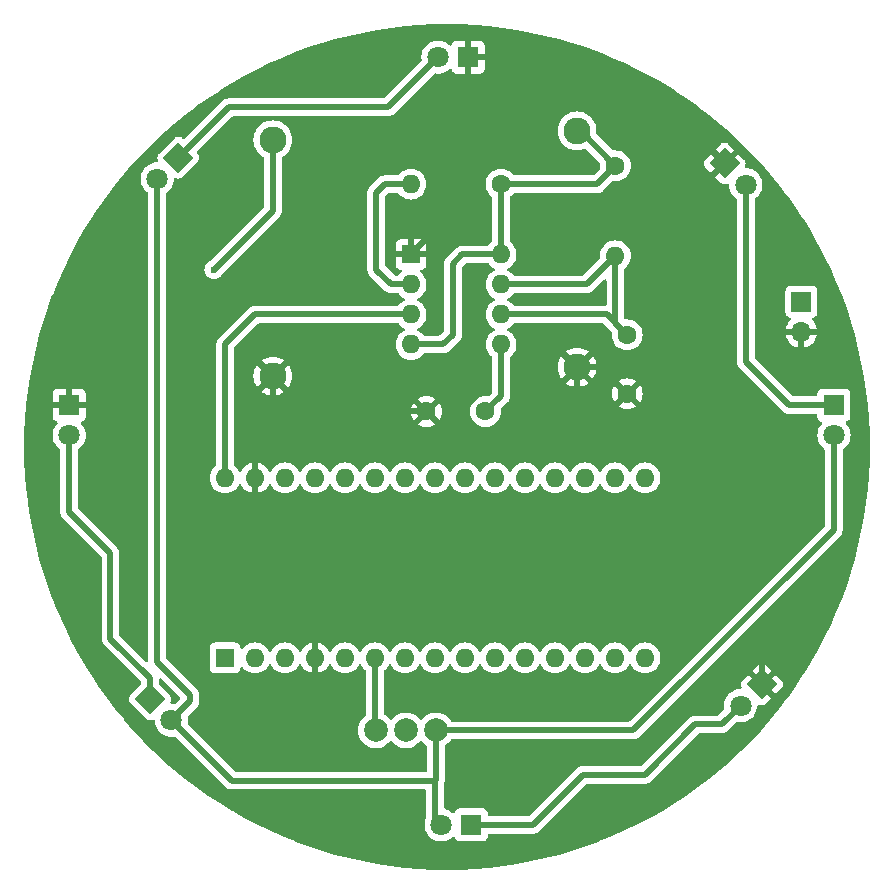
<source format=gbr>
%TF.GenerationSoftware,KiCad,Pcbnew,8.0.5*%
%TF.CreationDate,2024-12-03T21:08:24+09:00*%
%TF.ProjectId,IR_con,49525f63-6f6e-42e6-9b69-6361645f7063,rev?*%
%TF.SameCoordinates,Original*%
%TF.FileFunction,Copper,L1,Top*%
%TF.FilePolarity,Positive*%
%FSLAX46Y46*%
G04 Gerber Fmt 4.6, Leading zero omitted, Abs format (unit mm)*
G04 Created by KiCad (PCBNEW 8.0.5) date 2024-12-03 21:08:24*
%MOMM*%
%LPD*%
G01*
G04 APERTURE LIST*
G04 Aperture macros list*
%AMRotRect*
0 Rectangle, with rotation*
0 The origin of the aperture is its center*
0 $1 length*
0 $2 width*
0 $3 Rotation angle, in degrees counterclockwise*
0 Add horizontal line*
21,1,$1,$2,0,0,$3*%
G04 Aperture macros list end*
%TA.AperFunction,ComponentPad*%
%ADD10C,2.286000*%
%TD*%
%TA.AperFunction,ComponentPad*%
%ADD11R,1.600000X1.600000*%
%TD*%
%TA.AperFunction,ComponentPad*%
%ADD12O,1.600000X1.600000*%
%TD*%
%TA.AperFunction,ComponentPad*%
%ADD13R,1.700000X1.700000*%
%TD*%
%TA.AperFunction,ComponentPad*%
%ADD14O,1.700000X1.700000*%
%TD*%
%TA.AperFunction,ComponentPad*%
%ADD15C,1.600000*%
%TD*%
%TA.AperFunction,ComponentPad*%
%ADD16C,2.000000*%
%TD*%
%TA.AperFunction,ComponentPad*%
%ADD17C,1.800000*%
%TD*%
%TA.AperFunction,ComponentPad*%
%ADD18RotRect,1.800000X1.800000X315.000000*%
%TD*%
%TA.AperFunction,ComponentPad*%
%ADD19R,1.800000X1.800000*%
%TD*%
%TA.AperFunction,ComponentPad*%
%ADD20RotRect,1.800000X1.800000X225.000000*%
%TD*%
%TA.AperFunction,ViaPad*%
%ADD21C,0.600000*%
%TD*%
%TA.AperFunction,Conductor*%
%ADD22C,0.500000*%
%TD*%
G04 APERTURE END LIST*
D10*
%TO.P,J2,1,Pin_1*%
%TO.N,+5V*%
X147500000Y-56250000D03*
%TO.P,J2,2,Pin_2*%
%TO.N,GND*%
X147500000Y-76250000D03*
%TD*%
%TO.P,J1,1,Pin_1*%
%TO.N,+5V*%
X121750000Y-57000000D03*
%TO.P,J1,2,Pin_2*%
%TO.N,GND*%
X121750000Y-77000000D03*
%TD*%
D11*
%TO.P,U1,1,GND*%
%TO.N,GND*%
X133450000Y-66700000D03*
D12*
%TO.P,U1,2,TR*%
%TO.N,Net-(U1-TR)*%
X133450000Y-69240000D03*
%TO.P,U1,3,Q*%
%TO.N,Net-(A1-VIN)*%
X133450000Y-71780000D03*
%TO.P,U1,4,R*%
%TO.N,+5V*%
X133450000Y-74320000D03*
%TO.P,U1,5,CV*%
%TO.N,Net-(U1-CV)*%
X141070000Y-74320000D03*
%TO.P,U1,6,THR*%
%TO.N,Net-(U1-DIS)*%
X141070000Y-71780000D03*
%TO.P,U1,7,DIS*%
X141070000Y-69240000D03*
%TO.P,U1,8,VCC*%
%TO.N,+5V*%
X141070000Y-66700000D03*
%TD*%
D13*
%TO.P,SW1,1*%
%TO.N,Net-(U1-TR)*%
X166500000Y-70710000D03*
D14*
%TO.P,SW1,2*%
%TO.N,GND*%
X166500000Y-73250000D03*
%TD*%
D15*
%TO.P,R2,1*%
%TO.N,+5V*%
X150750000Y-59190000D03*
D12*
%TO.P,R2,2*%
%TO.N,Net-(U1-DIS)*%
X150750000Y-66810000D03*
%TD*%
D15*
%TO.P,R1,1*%
%TO.N,+5V*%
X141060000Y-60750000D03*
D12*
%TO.P,R1,2*%
%TO.N,Net-(U1-TR)*%
X133440000Y-60750000D03*
%TD*%
D16*
%TO.P,Q2,1,E*%
%TO.N,Net-(D1-A)*%
X135540000Y-107000000D03*
%TO.P,Q2,2,C*%
%TO.N,+5V*%
X133000000Y-107000000D03*
%TO.P,Q2,3,B*%
%TO.N,Net-(A1-D3)*%
X130460000Y-107000000D03*
%TD*%
D17*
%TO.P,D8,2,A*%
%TO.N,Net-(D1-A)*%
X113144490Y-106144490D03*
D18*
%TO.P,D8,1,K*%
%TO.N,Net-(D7-A)*%
X111348439Y-104348439D03*
%TD*%
D19*
%TO.P,D7,1,K*%
%TO.N,GND*%
X104500000Y-79475000D03*
D17*
%TO.P,D7,2,A*%
%TO.N,Net-(D7-A)*%
X104500000Y-82015000D03*
%TD*%
D19*
%TO.P,D6,1,K*%
%TO.N,GND*%
X138275000Y-50000000D03*
D17*
%TO.P,D6,2,A*%
%TO.N,Net-(D5-K)*%
X135735000Y-50000000D03*
%TD*%
D20*
%TO.P,D5,1,K*%
%TO.N,Net-(D5-K)*%
X113750000Y-58500000D03*
D17*
%TO.P,D5,2,A*%
%TO.N,Net-(D1-A)*%
X111953949Y-60296051D03*
%TD*%
D18*
%TO.P,D4,1,K*%
%TO.N,GND*%
X160000000Y-59000000D03*
D17*
%TO.P,D4,2,A*%
%TO.N,Net-(D1-K)*%
X161796051Y-60796051D03*
%TD*%
D20*
%TO.P,D3,1,K*%
%TO.N,GND*%
X163151562Y-103098439D03*
D17*
%TO.P,D3,2,A*%
%TO.N,Net-(D2-K)*%
X161355511Y-104894490D03*
%TD*%
D19*
%TO.P,D2,1,K*%
%TO.N,Net-(D2-K)*%
X138540000Y-115000000D03*
D17*
%TO.P,D2,2,A*%
%TO.N,Net-(D1-A)*%
X136000000Y-115000000D03*
%TD*%
D19*
%TO.P,D1,1,K*%
%TO.N,Net-(D1-K)*%
X169250000Y-79475000D03*
D17*
%TO.P,D1,2,A*%
%TO.N,Net-(D1-A)*%
X169250000Y-82015000D03*
%TD*%
D15*
%TO.P,C2,1*%
%TO.N,Net-(U1-DIS)*%
X151750000Y-73500000D03*
%TO.P,C2,2*%
%TO.N,GND*%
X151750000Y-78500000D03*
%TD*%
%TO.P,C1,1*%
%TO.N,Net-(U1-CV)*%
X139750000Y-80000000D03*
%TO.P,C1,2*%
%TO.N,GND*%
X134750000Y-80000000D03*
%TD*%
D11*
%TO.P,A1,1,D1/TX*%
%TO.N,unconnected-(A1-D1{slash}TX-Pad1)*%
X117700000Y-100860000D03*
D12*
%TO.P,A1,2,D0/RX*%
%TO.N,unconnected-(A1-D0{slash}RX-Pad2)*%
X120240000Y-100860000D03*
%TO.P,A1,3,~{RESET}*%
%TO.N,unconnected-(A1-~{RESET}-Pad3)*%
X122780000Y-100860000D03*
%TO.P,A1,4,GND*%
%TO.N,GND*%
X125320000Y-100860000D03*
%TO.P,A1,5,D2*%
%TO.N,unconnected-(A1-D2-Pad5)*%
X127860000Y-100860000D03*
%TO.P,A1,6,D3*%
%TO.N,Net-(A1-D3)*%
X130400000Y-100860000D03*
%TO.P,A1,7,D4*%
%TO.N,unconnected-(A1-D4-Pad7)*%
X132940000Y-100860000D03*
%TO.P,A1,8,D5*%
%TO.N,unconnected-(A1-D5-Pad8)*%
X135480000Y-100860000D03*
%TO.P,A1,9,D6*%
%TO.N,unconnected-(A1-D6-Pad9)*%
X138020000Y-100860000D03*
%TO.P,A1,10,D7*%
%TO.N,unconnected-(A1-D7-Pad10)*%
X140560000Y-100860000D03*
%TO.P,A1,11,D8*%
%TO.N,unconnected-(A1-D8-Pad11)*%
X143100000Y-100860000D03*
%TO.P,A1,12,D9*%
%TO.N,unconnected-(A1-D9-Pad12)*%
X145640000Y-100860000D03*
%TO.P,A1,13,D10*%
%TO.N,unconnected-(A1-D10-Pad13)*%
X148180000Y-100860000D03*
%TO.P,A1,14,D11*%
%TO.N,unconnected-(A1-D11-Pad14)*%
X150720000Y-100860000D03*
%TO.P,A1,15,D12*%
%TO.N,unconnected-(A1-D12-Pad15)*%
X153260000Y-100860000D03*
%TO.P,A1,16,D13*%
%TO.N,unconnected-(A1-D13-Pad16)*%
X153260000Y-85620000D03*
%TO.P,A1,17,3V3*%
%TO.N,unconnected-(A1-3V3-Pad17)*%
X150720000Y-85620000D03*
%TO.P,A1,18,AREF*%
%TO.N,unconnected-(A1-AREF-Pad18)*%
X148180000Y-85620000D03*
%TO.P,A1,19,A0*%
%TO.N,unconnected-(A1-A0-Pad19)*%
X145640000Y-85620000D03*
%TO.P,A1,20,A1*%
%TO.N,unconnected-(A1-A1-Pad20)*%
X143100000Y-85620000D03*
%TO.P,A1,21,A2*%
%TO.N,unconnected-(A1-A2-Pad21)*%
X140560000Y-85620000D03*
%TO.P,A1,22,A3*%
%TO.N,unconnected-(A1-A3-Pad22)*%
X138020000Y-85620000D03*
%TO.P,A1,23,A4*%
%TO.N,unconnected-(A1-A4-Pad23)*%
X135480000Y-85620000D03*
%TO.P,A1,24,A5*%
%TO.N,unconnected-(A1-A5-Pad24)*%
X132940000Y-85620000D03*
%TO.P,A1,25,A6*%
%TO.N,unconnected-(A1-A6-Pad25)*%
X130400000Y-85620000D03*
%TO.P,A1,26,A7*%
%TO.N,unconnected-(A1-A7-Pad26)*%
X127860000Y-85620000D03*
%TO.P,A1,27,+5V*%
%TO.N,unconnected-(A1-+5V-Pad27)*%
X125320000Y-85620000D03*
%TO.P,A1,28,~{RESET}*%
%TO.N,unconnected-(A1-~{RESET}-Pad28)*%
X122780000Y-85620000D03*
%TO.P,A1,29,GND*%
%TO.N,GND*%
X120240000Y-85620000D03*
%TO.P,A1,30,VIN*%
%TO.N,Net-(A1-VIN)*%
X117700000Y-85620000D03*
%TD*%
D21*
%TO.N,GND*%
X163000000Y-98500000D03*
X138275000Y-53750000D03*
X110000000Y-70500000D03*
%TO.N,+5V*%
X116750000Y-68000000D03*
%TD*%
D22*
%TO.N,GND*%
X163151562Y-98651562D02*
X163000000Y-98500000D01*
X163151562Y-103098439D02*
X163151562Y-98651562D01*
X125250000Y-96000000D02*
X125320000Y-96070000D01*
X125250000Y-95250000D02*
X125250000Y-96000000D01*
X125320000Y-96070000D02*
X125320000Y-100860000D01*
X120240000Y-90240000D02*
X125250000Y-95250000D01*
X120240000Y-85620000D02*
X120240000Y-90240000D01*
X121750000Y-77000000D02*
X121750000Y-80000000D01*
X147500000Y-78000000D02*
X147500000Y-76250000D01*
X137250000Y-82500000D02*
X143000000Y-82500000D01*
X134750000Y-80000000D02*
X137250000Y-82500000D01*
X143000000Y-82500000D02*
X147500000Y-78000000D01*
X149500000Y-76250000D02*
X151750000Y-78500000D01*
X147500000Y-76250000D02*
X149500000Y-76250000D01*
X138275000Y-61875000D02*
X138275000Y-53750000D01*
X138275000Y-53750000D02*
X138275000Y-50000000D01*
X104500000Y-76000000D02*
X110000000Y-70500000D01*
X104500000Y-79475000D02*
X104500000Y-76000000D01*
X133450000Y-66700000D02*
X138275000Y-61875000D01*
%TO.N,+5V*%
X121750000Y-63000000D02*
X116750000Y-68000000D01*
X121750000Y-57000000D02*
X121750000Y-63000000D01*
X147810000Y-56250000D02*
X150750000Y-59190000D01*
X147500000Y-56250000D02*
X147810000Y-56250000D01*
%TO.N,GND*%
X142000000Y-52000000D02*
X140000000Y-50000000D01*
X140000000Y-50000000D02*
X138275000Y-50000000D01*
X149000000Y-52000000D02*
X142000000Y-52000000D01*
X151457000Y-54457000D02*
X149000000Y-52000000D01*
X155457000Y-54457000D02*
X151457000Y-54457000D01*
X160000000Y-59000000D02*
X155457000Y-54457000D01*
%TO.N,Net-(D1-K)*%
X161796051Y-75796051D02*
X161796051Y-60796051D01*
X169250000Y-79475000D02*
X165475000Y-79475000D01*
X165475000Y-79475000D02*
X161796051Y-75796051D01*
%TO.N,Net-(D1-A)*%
X169250000Y-90000000D02*
X169250000Y-82015000D01*
X152250000Y-107000000D02*
X169250000Y-90000000D01*
X135540000Y-107000000D02*
X152250000Y-107000000D01*
%TO.N,Net-(D2-K)*%
X159750001Y-106500000D02*
X161355511Y-104894490D01*
X157500000Y-106500000D02*
X159750001Y-106500000D01*
X153250000Y-110750000D02*
X157500000Y-106500000D01*
X143750000Y-115000000D02*
X148000000Y-110750000D01*
X148000000Y-110750000D02*
X153250000Y-110750000D01*
X138540000Y-115000000D02*
X143750000Y-115000000D01*
%TO.N,Net-(D1-A)*%
X135500000Y-111250000D02*
X135500000Y-114500000D01*
X113144490Y-106144490D02*
X118250000Y-111250000D01*
X118250000Y-111250000D02*
X135500000Y-111250000D01*
X135500000Y-114500000D02*
X136000000Y-115000000D01*
X135540000Y-111210000D02*
X135500000Y-111250000D01*
X135540000Y-107000000D02*
X135540000Y-111210000D01*
%TO.N,Net-(D7-A)*%
X111348439Y-102598439D02*
X111348439Y-104348439D01*
X108000000Y-92000000D02*
X108000000Y-99250000D01*
X108000000Y-99250000D02*
X111348439Y-102598439D01*
X104500000Y-88500000D02*
X108000000Y-92000000D01*
X104500000Y-82015000D02*
X104500000Y-88500000D01*
%TO.N,Net-(D1-A)*%
X114750000Y-104538980D02*
X113144490Y-106144490D01*
X114750000Y-104000000D02*
X114750000Y-104538980D01*
X111953949Y-101203949D02*
X114750000Y-104000000D01*
X111953949Y-60296051D02*
X111953949Y-101203949D01*
%TO.N,Net-(D5-K)*%
X113750000Y-58500000D02*
X118000000Y-54250000D01*
X118000000Y-54250000D02*
X131485000Y-54250000D01*
X131485000Y-54250000D02*
X135735000Y-50000000D01*
%TO.N,Net-(A1-D3)*%
X130400000Y-106940000D02*
X130460000Y-107000000D01*
X130400000Y-100860000D02*
X130400000Y-106940000D01*
%TO.N,+5V*%
X141060000Y-60750000D02*
X149190000Y-60750000D01*
X149190000Y-60750000D02*
X150750000Y-59190000D01*
X137800000Y-66700000D02*
X141070000Y-66700000D01*
X137000000Y-67500000D02*
X137800000Y-66700000D01*
X137000000Y-73500000D02*
X137000000Y-67500000D01*
X133450000Y-74320000D02*
X136180000Y-74320000D01*
X136180000Y-74320000D02*
X137000000Y-73500000D01*
X141060000Y-66690000D02*
X141070000Y-66700000D01*
X141060000Y-60750000D02*
X141060000Y-66690000D01*
%TO.N,Net-(U1-TR)*%
X131759390Y-69240000D02*
X133450000Y-69240000D01*
X130500000Y-61500000D02*
X130500000Y-67980610D01*
X131250000Y-60750000D02*
X130500000Y-61500000D01*
X133440000Y-60750000D02*
X131250000Y-60750000D01*
X130500000Y-67980610D02*
X131759390Y-69240000D01*
%TO.N,Net-(U1-CV)*%
X141070000Y-78680000D02*
X139750000Y-80000000D01*
X141070000Y-74320000D02*
X141070000Y-78680000D01*
%TO.N,Net-(U1-DIS)*%
X150030000Y-71780000D02*
X151750000Y-73500000D01*
X141070000Y-71780000D02*
X150030000Y-71780000D01*
X150750000Y-72500000D02*
X151750000Y-73500000D01*
X150750000Y-66810000D02*
X150750000Y-72500000D01*
X148320000Y-69240000D02*
X150750000Y-66810000D01*
X141070000Y-69240000D02*
X148320000Y-69240000D01*
%TO.N,Net-(A1-VIN)*%
X117700000Y-74300000D02*
X120220000Y-71780000D01*
X120220000Y-71780000D02*
X133450000Y-71780000D01*
X117700000Y-85620000D02*
X117700000Y-74300000D01*
%TO.N,GND*%
X120240000Y-81510000D02*
X120240000Y-85620000D01*
X121750000Y-80000000D02*
X120240000Y-81510000D01*
X134750000Y-80000000D02*
X121750000Y-80000000D01*
%TD*%
%TA.AperFunction,Conductor*%
%TO.N,GND*%
G36*
X137693380Y-47219590D02*
G01*
X137697448Y-47219726D01*
X138888303Y-47279477D01*
X138892373Y-47279749D01*
X140080551Y-47379256D01*
X140084581Y-47379661D01*
X141268838Y-47518824D01*
X141272899Y-47519370D01*
X142451753Y-47698014D01*
X142455790Y-47698695D01*
X143628064Y-47916638D01*
X143632025Y-47917442D01*
X144796391Y-48174443D01*
X144800370Y-48175392D01*
X145955455Y-48471144D01*
X145959382Y-48472220D01*
X147103962Y-48806411D01*
X147107843Y-48807615D01*
X148240562Y-49179848D01*
X148244477Y-49181207D01*
X149364125Y-49591081D01*
X149367958Y-49592557D01*
X149803439Y-49768691D01*
X150473298Y-50039621D01*
X150477113Y-50041239D01*
X151566872Y-50524977D01*
X151570631Y-50526722D01*
X152643590Y-51046591D01*
X152647289Y-51048460D01*
X153702321Y-51603914D01*
X153705896Y-51605873D01*
X154487075Y-52051104D01*
X154741804Y-52196286D01*
X154745369Y-52198398D01*
X155760916Y-52823062D01*
X155764409Y-52825292D01*
X156758504Y-53483536D01*
X156761921Y-53485881D01*
X157733496Y-54176995D01*
X157736832Y-54179453D01*
X158684775Y-54902649D01*
X158688027Y-54905218D01*
X159611227Y-55659646D01*
X159614387Y-55662317D01*
X159703854Y-55740557D01*
X160511922Y-56447227D01*
X160514995Y-56450007D01*
X161385762Y-57264431D01*
X161388741Y-57267312D01*
X162231819Y-58110390D01*
X162234700Y-58113369D01*
X163049124Y-58984136D01*
X163051904Y-58987209D01*
X163836810Y-59884739D01*
X163839485Y-59887904D01*
X164593913Y-60811104D01*
X164596482Y-60814356D01*
X165319678Y-61762299D01*
X165322136Y-61765635D01*
X166013250Y-62737210D01*
X166015595Y-62740627D01*
X166673839Y-63734722D01*
X166676069Y-63738215D01*
X167300733Y-64753762D01*
X167302845Y-64757327D01*
X167840092Y-65699953D01*
X167893242Y-65793206D01*
X167895228Y-65796832D01*
X167986850Y-65970858D01*
X168450671Y-66851842D01*
X168452540Y-66855541D01*
X168972409Y-67928500D01*
X168974154Y-67932259D01*
X169457892Y-69022018D01*
X169459510Y-69025833D01*
X169906567Y-70131156D01*
X169908056Y-70135023D01*
X170317924Y-71254654D01*
X170319283Y-71258569D01*
X170691504Y-72391250D01*
X170692732Y-72395208D01*
X171026901Y-73539714D01*
X171027996Y-73543711D01*
X171323733Y-74698735D01*
X171324694Y-74702766D01*
X171581678Y-75867056D01*
X171582503Y-75871117D01*
X171800432Y-77043317D01*
X171801121Y-77047403D01*
X171979757Y-78226209D01*
X171980310Y-78230316D01*
X172119465Y-79414504D01*
X172119879Y-79418628D01*
X172219379Y-80606726D01*
X172219656Y-80610860D01*
X172279403Y-81801646D01*
X172279542Y-81805788D01*
X172299465Y-82997928D01*
X172299465Y-83002072D01*
X172279542Y-84194211D01*
X172279403Y-84198353D01*
X172219656Y-85389139D01*
X172219379Y-85393273D01*
X172119879Y-86581371D01*
X172119465Y-86585495D01*
X171980310Y-87769683D01*
X171979757Y-87773790D01*
X171801121Y-88952596D01*
X171800432Y-88956682D01*
X171582503Y-90128882D01*
X171581678Y-90132943D01*
X171324694Y-91297233D01*
X171323733Y-91301264D01*
X171027996Y-92456288D01*
X171026901Y-92460285D01*
X170692732Y-93604791D01*
X170691504Y-93608749D01*
X170319283Y-94741430D01*
X170317924Y-94745345D01*
X169908056Y-95864976D01*
X169906567Y-95868843D01*
X169459510Y-96974166D01*
X169457892Y-96977981D01*
X168974154Y-98067740D01*
X168972409Y-98071499D01*
X168452540Y-99144458D01*
X168450671Y-99148157D01*
X167895233Y-100203159D01*
X167893242Y-100206793D01*
X167302845Y-101242672D01*
X167300733Y-101246237D01*
X166676069Y-102261784D01*
X166673839Y-102265277D01*
X166015595Y-103259372D01*
X166013250Y-103262789D01*
X165322136Y-104234364D01*
X165319678Y-104237700D01*
X164596482Y-105185643D01*
X164593913Y-105188895D01*
X163839485Y-106112095D01*
X163836810Y-106115260D01*
X163051904Y-107012790D01*
X163049124Y-107015863D01*
X162234700Y-107886630D01*
X162231819Y-107889609D01*
X161388741Y-108732687D01*
X161385762Y-108735568D01*
X160514995Y-109549992D01*
X160511922Y-109552772D01*
X159614392Y-110337678D01*
X159611227Y-110340353D01*
X158688027Y-111094781D01*
X158684775Y-111097350D01*
X157736832Y-111820546D01*
X157733496Y-111823004D01*
X156761921Y-112514118D01*
X156758504Y-112516463D01*
X155764409Y-113174707D01*
X155760916Y-113176937D01*
X154745369Y-113801601D01*
X154741804Y-113803713D01*
X153705925Y-114394110D01*
X153702291Y-114396101D01*
X152647289Y-114951539D01*
X152643590Y-114953408D01*
X151570631Y-115473277D01*
X151566872Y-115475022D01*
X150477113Y-115958760D01*
X150473298Y-115960378D01*
X149367975Y-116407435D01*
X149364108Y-116408924D01*
X148244477Y-116818792D01*
X148240562Y-116820151D01*
X147107881Y-117192372D01*
X147103923Y-117193600D01*
X145959417Y-117527769D01*
X145955420Y-117528864D01*
X144800396Y-117824601D01*
X144796365Y-117825562D01*
X143632075Y-118082546D01*
X143628014Y-118083371D01*
X142455814Y-118301300D01*
X142451728Y-118301989D01*
X141272922Y-118480625D01*
X141268815Y-118481178D01*
X140084627Y-118620333D01*
X140080503Y-118620747D01*
X138892405Y-118720247D01*
X138888271Y-118720524D01*
X137697485Y-118780271D01*
X137693343Y-118780410D01*
X136501204Y-118800333D01*
X136497060Y-118800333D01*
X135304920Y-118780410D01*
X135300778Y-118780271D01*
X134109992Y-118720524D01*
X134105858Y-118720247D01*
X132917760Y-118620747D01*
X132913636Y-118620333D01*
X131729448Y-118481178D01*
X131725341Y-118480625D01*
X130546535Y-118301989D01*
X130542449Y-118301300D01*
X129370249Y-118083371D01*
X129366188Y-118082546D01*
X128201898Y-117825562D01*
X128197867Y-117824601D01*
X127042843Y-117528864D01*
X127038846Y-117527769D01*
X125894340Y-117193600D01*
X125890382Y-117192372D01*
X124757701Y-116820151D01*
X124753786Y-116818792D01*
X123634155Y-116408924D01*
X123630288Y-116407435D01*
X122524965Y-115960378D01*
X122521150Y-115958760D01*
X121431391Y-115475022D01*
X121427632Y-115473277D01*
X120354673Y-114953408D01*
X120350974Y-114951539D01*
X119295972Y-114396101D01*
X119292338Y-114394110D01*
X119281949Y-114388189D01*
X118351127Y-113857669D01*
X118256459Y-113803713D01*
X118252894Y-113801601D01*
X117237347Y-113176937D01*
X117233854Y-113174707D01*
X116239759Y-112516463D01*
X116236342Y-112514118D01*
X115264767Y-111823004D01*
X115261431Y-111820546D01*
X114313488Y-111097350D01*
X114310236Y-111094781D01*
X113387036Y-110340353D01*
X113383871Y-110337678D01*
X112486341Y-109552772D01*
X112483268Y-109549992D01*
X111612501Y-108735568D01*
X111609522Y-108732687D01*
X110766444Y-107889609D01*
X110763563Y-107886630D01*
X109949139Y-107015863D01*
X109946359Y-107012790D01*
X109219316Y-106181426D01*
X109161449Y-106115255D01*
X109158778Y-106112095D01*
X109117749Y-106061888D01*
X108784011Y-105653490D01*
X108404350Y-105188895D01*
X108401781Y-105185643D01*
X107678585Y-104237700D01*
X107676127Y-104234364D01*
X106985013Y-103262789D01*
X106982668Y-103259372D01*
X106324424Y-102265277D01*
X106322194Y-102261784D01*
X106259893Y-102160499D01*
X105697525Y-101246228D01*
X105695418Y-101242672D01*
X105679907Y-101215457D01*
X105105005Y-100206764D01*
X105103046Y-100203189D01*
X104599286Y-99246346D01*
X104547592Y-99148157D01*
X104545723Y-99144458D01*
X104025854Y-98071499D01*
X104024109Y-98067740D01*
X103540371Y-96977981D01*
X103538753Y-96974166D01*
X103408961Y-96653264D01*
X103091689Y-95868826D01*
X103090207Y-95864976D01*
X102680339Y-94745345D01*
X102678980Y-94741430D01*
X102306747Y-93608711D01*
X102305543Y-93604830D01*
X101971352Y-92460250D01*
X101970276Y-92456323D01*
X101674524Y-91301238D01*
X101673569Y-91297233D01*
X101492839Y-90478417D01*
X101416574Y-90132893D01*
X101415770Y-90128932D01*
X101197827Y-88956658D01*
X101197142Y-88952596D01*
X101189888Y-88904730D01*
X101018502Y-87773767D01*
X101017953Y-87769683D01*
X100918749Y-86925468D01*
X100878793Y-86585449D01*
X100878388Y-86581419D01*
X100778881Y-85393241D01*
X100778609Y-85389171D01*
X100718858Y-84198316D01*
X100718722Y-84194248D01*
X100698798Y-83002034D01*
X100698798Y-82997965D01*
X100715225Y-82014993D01*
X103094700Y-82014993D01*
X103094700Y-82015006D01*
X103113864Y-82246297D01*
X103113866Y-82246308D01*
X103170842Y-82471300D01*
X103264075Y-82683848D01*
X103391016Y-82878147D01*
X103391019Y-82878151D01*
X103391021Y-82878153D01*
X103548216Y-83048913D01*
X103701662Y-83168344D01*
X103742475Y-83225055D01*
X103749500Y-83266198D01*
X103749500Y-88573918D01*
X103749500Y-88573920D01*
X103749499Y-88573920D01*
X103778340Y-88718907D01*
X103778343Y-88718917D01*
X103834914Y-88855492D01*
X103867812Y-88904727D01*
X103867813Y-88904730D01*
X103917046Y-88978414D01*
X103917052Y-88978421D01*
X107213181Y-92274548D01*
X107246666Y-92335871D01*
X107249500Y-92362229D01*
X107249500Y-99323918D01*
X107249500Y-99323920D01*
X107249499Y-99323920D01*
X107278340Y-99468907D01*
X107278343Y-99468917D01*
X107334912Y-99605490D01*
X107342069Y-99616199D01*
X107342070Y-99616204D01*
X107342072Y-99616204D01*
X107417051Y-99728420D01*
X107417052Y-99728421D01*
X110561620Y-102872988D01*
X110595105Y-102934311D01*
X110597939Y-102960669D01*
X110597939Y-103066971D01*
X110578254Y-103134010D01*
X110561620Y-103154652D01*
X109687897Y-104028375D01*
X109687891Y-104028381D01*
X109687890Y-104028383D01*
X109669080Y-104051724D01*
X109650269Y-104075067D01*
X109650268Y-104075069D01*
X109590481Y-104205982D01*
X109570000Y-104348439D01*
X109590481Y-104490895D01*
X109650268Y-104621809D01*
X109650269Y-104621810D01*
X109650270Y-104621812D01*
X109687889Y-104668495D01*
X109687892Y-104668498D01*
X109687897Y-104668504D01*
X110722105Y-105702710D01*
X111028383Y-106008988D01*
X111075066Y-106046608D01*
X111205982Y-106106396D01*
X111205981Y-106106396D01*
X111223888Y-106108970D01*
X111348439Y-106126878D01*
X111490896Y-106106396D01*
X111566581Y-106071831D01*
X111635736Y-106061888D01*
X111699292Y-106090912D01*
X111737067Y-106149690D01*
X111741666Y-106174386D01*
X111758354Y-106375786D01*
X111758356Y-106375798D01*
X111815332Y-106600790D01*
X111908565Y-106813338D01*
X112035506Y-107007637D01*
X112035509Y-107007641D01*
X112035511Y-107007643D01*
X112192706Y-107178403D01*
X112192709Y-107178405D01*
X112192712Y-107178408D01*
X112375855Y-107320954D01*
X112375861Y-107320958D01*
X112375864Y-107320960D01*
X112579987Y-107431426D01*
X112693977Y-107470558D01*
X112799505Y-107506787D01*
X112799507Y-107506787D01*
X112799509Y-107506788D01*
X113028441Y-107544990D01*
X113028442Y-107544990D01*
X113260537Y-107544990D01*
X113260539Y-107544990D01*
X113388764Y-107523592D01*
X113458125Y-107531973D01*
X113496852Y-107558220D01*
X115901814Y-109963181D01*
X117667048Y-111728415D01*
X117667049Y-111728416D01*
X117759179Y-111820546D01*
X117771585Y-111832952D01*
X117894498Y-111915080D01*
X117894511Y-111915087D01*
X117944165Y-111935654D01*
X118031087Y-111971658D01*
X118031091Y-111971658D01*
X118031092Y-111971659D01*
X118176079Y-112000500D01*
X118176082Y-112000500D01*
X134625500Y-112000500D01*
X134692539Y-112020185D01*
X134738294Y-112072989D01*
X134749500Y-112124500D01*
X134749500Y-114338379D01*
X134739056Y-114388189D01*
X134670842Y-114543699D01*
X134613866Y-114768691D01*
X134613864Y-114768702D01*
X134594700Y-114999993D01*
X134594700Y-115000006D01*
X134613864Y-115231297D01*
X134613866Y-115231308D01*
X134670842Y-115456300D01*
X134764075Y-115668848D01*
X134891016Y-115863147D01*
X134891019Y-115863151D01*
X134891021Y-115863153D01*
X135048216Y-116033913D01*
X135048219Y-116033915D01*
X135048222Y-116033918D01*
X135231365Y-116176464D01*
X135231371Y-116176468D01*
X135231374Y-116176470D01*
X135435497Y-116286936D01*
X135549487Y-116326068D01*
X135655015Y-116362297D01*
X135655017Y-116362297D01*
X135655019Y-116362298D01*
X135883951Y-116400500D01*
X135883952Y-116400500D01*
X136116048Y-116400500D01*
X136116049Y-116400500D01*
X136344981Y-116362298D01*
X136564503Y-116286936D01*
X136768626Y-116176470D01*
X136951784Y-116033913D01*
X136960130Y-116024846D01*
X137020010Y-115988854D01*
X137089849Y-115990949D01*
X137147468Y-116030469D01*
X137167544Y-116065491D01*
X137196203Y-116142330D01*
X137196206Y-116142335D01*
X137282452Y-116257544D01*
X137282455Y-116257547D01*
X137397664Y-116343793D01*
X137397671Y-116343797D01*
X137532517Y-116394091D01*
X137532516Y-116394091D01*
X137539444Y-116394835D01*
X137592127Y-116400500D01*
X139487872Y-116400499D01*
X139547483Y-116394091D01*
X139682331Y-116343796D01*
X139797546Y-116257546D01*
X139883796Y-116142331D01*
X139934091Y-116007483D01*
X139940500Y-115947873D01*
X139940500Y-115874500D01*
X139960185Y-115807461D01*
X140012989Y-115761706D01*
X140064500Y-115750500D01*
X143823920Y-115750500D01*
X143921462Y-115731096D01*
X143968913Y-115721658D01*
X144105495Y-115665084D01*
X144154729Y-115632186D01*
X144228416Y-115582952D01*
X148274548Y-111536818D01*
X148335871Y-111503334D01*
X148362229Y-111500500D01*
X153323920Y-111500500D01*
X153424377Y-111480517D01*
X153468913Y-111471658D01*
X153605495Y-111415084D01*
X153654729Y-111382186D01*
X153728416Y-111332952D01*
X157774548Y-107286818D01*
X157835871Y-107253334D01*
X157862229Y-107250500D01*
X159823921Y-107250500D01*
X159921463Y-107231096D01*
X159968914Y-107221658D01*
X160105496Y-107165084D01*
X160154730Y-107132186D01*
X160228417Y-107082952D01*
X161003149Y-106308218D01*
X161064470Y-106274735D01*
X161111233Y-106273592D01*
X161239462Y-106294990D01*
X161239464Y-106294990D01*
X161471559Y-106294990D01*
X161471560Y-106294990D01*
X161700492Y-106256788D01*
X161920014Y-106181426D01*
X162124137Y-106070960D01*
X162307295Y-105928403D01*
X162464490Y-105757643D01*
X162591435Y-105563339D01*
X162684668Y-105350790D01*
X162741645Y-105125795D01*
X162758377Y-104923856D01*
X162783531Y-104858673D01*
X162839933Y-104817435D01*
X162909676Y-104813237D01*
X162933466Y-104821304D01*
X163009244Y-104855911D01*
X163009248Y-104855912D01*
X163151562Y-104876372D01*
X163293875Y-104855912D01*
X163293880Y-104855911D01*
X163424659Y-104796185D01*
X163471294Y-104758605D01*
X163471298Y-104758601D01*
X163964734Y-104265166D01*
X163964734Y-104265164D01*
X163240147Y-103540577D01*
X163325256Y-103517772D01*
X163427868Y-103458529D01*
X163511652Y-103374745D01*
X163570895Y-103272133D01*
X163593700Y-103187024D01*
X164318287Y-103911611D01*
X164811724Y-103418175D01*
X164811728Y-103418171D01*
X164849308Y-103371536D01*
X164909034Y-103240757D01*
X164909035Y-103240752D01*
X164929495Y-103098439D01*
X164909035Y-102956125D01*
X164909034Y-102956120D01*
X164849308Y-102825341D01*
X164811728Y-102778706D01*
X164318288Y-102285266D01*
X163593700Y-103009853D01*
X163570895Y-102924745D01*
X163511652Y-102822133D01*
X163427868Y-102738349D01*
X163325256Y-102679106D01*
X163240146Y-102656300D01*
X163964734Y-101931712D01*
X163964734Y-101931711D01*
X163471298Y-101438276D01*
X163471294Y-101438272D01*
X163424659Y-101400692D01*
X163293880Y-101340966D01*
X163293875Y-101340965D01*
X163151562Y-101320505D01*
X163009248Y-101340965D01*
X163009243Y-101340966D01*
X162878464Y-101400692D01*
X162831824Y-101438276D01*
X162338389Y-101931711D01*
X162338389Y-101931712D01*
X163062977Y-102656300D01*
X162977868Y-102679106D01*
X162875256Y-102738349D01*
X162791472Y-102822133D01*
X162732229Y-102924745D01*
X162709423Y-103009854D01*
X161984835Y-102285266D01*
X161984834Y-102285266D01*
X161491399Y-102778701D01*
X161453815Y-102825341D01*
X161394089Y-102956120D01*
X161394088Y-102956125D01*
X161373628Y-103098439D01*
X161394088Y-103240752D01*
X161394089Y-103240757D01*
X161429584Y-103318478D01*
X161439528Y-103387637D01*
X161410503Y-103451193D01*
X161351725Y-103488967D01*
X161316790Y-103493990D01*
X161239462Y-103493990D01*
X161193675Y-103501630D01*
X161010526Y-103532192D01*
X160791015Y-103607551D01*
X160791006Y-103607554D01*
X160586882Y-103718021D01*
X160586876Y-103718025D01*
X160403733Y-103860571D01*
X160403730Y-103860574D01*
X160246527Y-104031342D01*
X160119586Y-104225641D01*
X160026353Y-104438189D01*
X159969377Y-104663181D01*
X159969375Y-104663192D01*
X159950211Y-104894483D01*
X159950211Y-104894496D01*
X159969376Y-105125794D01*
X159969376Y-105125797D01*
X159970965Y-105132068D01*
X159968341Y-105201888D01*
X159938441Y-105250190D01*
X159475452Y-105713181D01*
X159414129Y-105746666D01*
X159387771Y-105749500D01*
X157426076Y-105749500D01*
X157397242Y-105755234D01*
X157397243Y-105755235D01*
X157281093Y-105778339D01*
X157281089Y-105778340D01*
X157208368Y-105808463D01*
X157144506Y-105834915D01*
X157138978Y-105838609D01*
X157062373Y-105889794D01*
X157052210Y-105896584D01*
X157021585Y-105917047D01*
X157021581Y-105917050D01*
X152975451Y-109963181D01*
X152914128Y-109996666D01*
X152887770Y-109999500D01*
X147926076Y-109999500D01*
X147897242Y-110005234D01*
X147897243Y-110005235D01*
X147781093Y-110028339D01*
X147781083Y-110028342D01*
X147701081Y-110061479D01*
X147701082Y-110061480D01*
X147644505Y-110084915D01*
X147562372Y-110139795D01*
X147521585Y-110167047D01*
X147521581Y-110167050D01*
X143475451Y-114213181D01*
X143414128Y-114246666D01*
X143387770Y-114249500D01*
X140064499Y-114249500D01*
X139997460Y-114229815D01*
X139951705Y-114177011D01*
X139940499Y-114125500D01*
X139940499Y-114052129D01*
X139940498Y-114052123D01*
X139936492Y-114014858D01*
X139934091Y-113992517D01*
X139924233Y-113966087D01*
X139883797Y-113857671D01*
X139883793Y-113857664D01*
X139797547Y-113742455D01*
X139797544Y-113742452D01*
X139682335Y-113656206D01*
X139682328Y-113656202D01*
X139547482Y-113605908D01*
X139547483Y-113605908D01*
X139487883Y-113599501D01*
X139487881Y-113599500D01*
X139487873Y-113599500D01*
X139487864Y-113599500D01*
X137592129Y-113599500D01*
X137592123Y-113599501D01*
X137532516Y-113605908D01*
X137397671Y-113656202D01*
X137397664Y-113656206D01*
X137282455Y-113742452D01*
X137282452Y-113742455D01*
X137196206Y-113857664D01*
X137196203Y-113857670D01*
X137167544Y-113934508D01*
X137125672Y-113990441D01*
X137060208Y-114014858D01*
X136991935Y-114000006D01*
X136960135Y-113975158D01*
X136951784Y-113966087D01*
X136951778Y-113966082D01*
X136951777Y-113966081D01*
X136768634Y-113823535D01*
X136768628Y-113823531D01*
X136564504Y-113713064D01*
X136564495Y-113713061D01*
X136344984Y-113637702D01*
X136344066Y-113637470D01*
X136343731Y-113637272D01*
X136340130Y-113636036D01*
X136340384Y-113635295D01*
X136283908Y-113601934D01*
X136252513Y-113539515D01*
X136250500Y-113517263D01*
X136250500Y-111480517D01*
X136259941Y-111433060D01*
X136261657Y-111428916D01*
X136261659Y-111428912D01*
X136290500Y-111283917D01*
X136290500Y-111136082D01*
X136290500Y-108373872D01*
X136310185Y-108306833D01*
X136355487Y-108264815D01*
X136363509Y-108260474D01*
X136559744Y-108107738D01*
X136728164Y-107924785D01*
X136805327Y-107806677D01*
X136858474Y-107761322D01*
X136909136Y-107750500D01*
X152323920Y-107750500D01*
X152421462Y-107731096D01*
X152468913Y-107721658D01*
X152605495Y-107665084D01*
X152695292Y-107605084D01*
X152695294Y-107605083D01*
X152728409Y-107582957D01*
X152728410Y-107582955D01*
X152728416Y-107582952D01*
X169832952Y-90478415D01*
X169860205Y-90437627D01*
X169915084Y-90355495D01*
X169938518Y-90298920D01*
X169971659Y-90218912D01*
X170000500Y-90073917D01*
X170000500Y-89926082D01*
X170000500Y-83266198D01*
X170020185Y-83199159D01*
X170048338Y-83168344D01*
X170201784Y-83048913D01*
X170358979Y-82878153D01*
X170485924Y-82683849D01*
X170579157Y-82471300D01*
X170636134Y-82246305D01*
X170655300Y-82015000D01*
X170655300Y-82014993D01*
X170636135Y-81783702D01*
X170636133Y-81783691D01*
X170579157Y-81558699D01*
X170485924Y-81346151D01*
X170358983Y-81151852D01*
X170358980Y-81151849D01*
X170358979Y-81151847D01*
X170264195Y-81048884D01*
X170233275Y-80986232D01*
X170241135Y-80916806D01*
X170285283Y-80862651D01*
X170312095Y-80848722D01*
X170313160Y-80848325D01*
X170392331Y-80818796D01*
X170507546Y-80732546D01*
X170593796Y-80617331D01*
X170644091Y-80482483D01*
X170650500Y-80422873D01*
X170650499Y-78527128D01*
X170644091Y-78467517D01*
X170594038Y-78333319D01*
X170593797Y-78332671D01*
X170593793Y-78332664D01*
X170507547Y-78217455D01*
X170507544Y-78217452D01*
X170392335Y-78131206D01*
X170392328Y-78131202D01*
X170257482Y-78080908D01*
X170257483Y-78080908D01*
X170197883Y-78074501D01*
X170197881Y-78074500D01*
X170197873Y-78074500D01*
X170197864Y-78074500D01*
X168302129Y-78074500D01*
X168302123Y-78074501D01*
X168242516Y-78080908D01*
X168107671Y-78131202D01*
X168107664Y-78131206D01*
X167992455Y-78217452D01*
X167992452Y-78217455D01*
X167906206Y-78332664D01*
X167906202Y-78332671D01*
X167855908Y-78467517D01*
X167852416Y-78500002D01*
X167849501Y-78527123D01*
X167849500Y-78527135D01*
X167849500Y-78600500D01*
X167829815Y-78667539D01*
X167777011Y-78713294D01*
X167725500Y-78724500D01*
X165837229Y-78724500D01*
X165770190Y-78704815D01*
X165749548Y-78688181D01*
X162582870Y-75521502D01*
X162549385Y-75460179D01*
X162546551Y-75433821D01*
X162546551Y-69812135D01*
X165149500Y-69812135D01*
X165149500Y-71607870D01*
X165149501Y-71607876D01*
X165155908Y-71667483D01*
X165206202Y-71802328D01*
X165206206Y-71802335D01*
X165292452Y-71917544D01*
X165292455Y-71917547D01*
X165407664Y-72003793D01*
X165407671Y-72003797D01*
X165469902Y-72027007D01*
X165539598Y-72053002D01*
X165595531Y-72094873D01*
X165619949Y-72160337D01*
X165605098Y-72228610D01*
X165583947Y-72256865D01*
X165461886Y-72378926D01*
X165326400Y-72572420D01*
X165326399Y-72572422D01*
X165226570Y-72786507D01*
X165226567Y-72786513D01*
X165169364Y-72999999D01*
X165169364Y-73000000D01*
X166066988Y-73000000D01*
X166034075Y-73057007D01*
X166000000Y-73184174D01*
X166000000Y-73315826D01*
X166034075Y-73442993D01*
X166066988Y-73500000D01*
X165169364Y-73500000D01*
X165226567Y-73713486D01*
X165226570Y-73713492D01*
X165326399Y-73927578D01*
X165461894Y-74121082D01*
X165628917Y-74288105D01*
X165822421Y-74423600D01*
X166036507Y-74523429D01*
X166036516Y-74523433D01*
X166250000Y-74580634D01*
X166250000Y-73683012D01*
X166307007Y-73715925D01*
X166434174Y-73750000D01*
X166565826Y-73750000D01*
X166692993Y-73715925D01*
X166750000Y-73683012D01*
X166750000Y-74580633D01*
X166963483Y-74523433D01*
X166963492Y-74523429D01*
X167177578Y-74423600D01*
X167371082Y-74288105D01*
X167538105Y-74121082D01*
X167673600Y-73927578D01*
X167773429Y-73713492D01*
X167773432Y-73713486D01*
X167830636Y-73500000D01*
X166933012Y-73500000D01*
X166965925Y-73442993D01*
X167000000Y-73315826D01*
X167000000Y-73184174D01*
X166965925Y-73057007D01*
X166933012Y-73000000D01*
X167830636Y-73000000D01*
X167830635Y-72999999D01*
X167773432Y-72786513D01*
X167773429Y-72786507D01*
X167673600Y-72572422D01*
X167673599Y-72572420D01*
X167538113Y-72378926D01*
X167538108Y-72378920D01*
X167416053Y-72256865D01*
X167382568Y-72195542D01*
X167387552Y-72125850D01*
X167429424Y-72069917D01*
X167460400Y-72053002D01*
X167584553Y-72006697D01*
X167592326Y-72003798D01*
X167592326Y-72003797D01*
X167592331Y-72003796D01*
X167707546Y-71917546D01*
X167793796Y-71802331D01*
X167844091Y-71667483D01*
X167850500Y-71607873D01*
X167850499Y-69812128D01*
X167844091Y-69752517D01*
X167793796Y-69617669D01*
X167793795Y-69617668D01*
X167793793Y-69617664D01*
X167707547Y-69502455D01*
X167707544Y-69502452D01*
X167592335Y-69416206D01*
X167592328Y-69416202D01*
X167457482Y-69365908D01*
X167457483Y-69365908D01*
X167397883Y-69359501D01*
X167397881Y-69359500D01*
X167397873Y-69359500D01*
X167397864Y-69359500D01*
X165602129Y-69359500D01*
X165602123Y-69359501D01*
X165542516Y-69365908D01*
X165407671Y-69416202D01*
X165407664Y-69416206D01*
X165292455Y-69502452D01*
X165292452Y-69502455D01*
X165206206Y-69617664D01*
X165206202Y-69617671D01*
X165155908Y-69752517D01*
X165149501Y-69812116D01*
X165149501Y-69812123D01*
X165149500Y-69812135D01*
X162546551Y-69812135D01*
X162546551Y-62047249D01*
X162566236Y-61980210D01*
X162594389Y-61949395D01*
X162747835Y-61829964D01*
X162905030Y-61659204D01*
X163031975Y-61464900D01*
X163125208Y-61252351D01*
X163182185Y-61027356D01*
X163182186Y-61027347D01*
X163201351Y-60796057D01*
X163201351Y-60796044D01*
X163182186Y-60564753D01*
X163182184Y-60564742D01*
X163125208Y-60339750D01*
X163031975Y-60127202D01*
X162905034Y-59932903D01*
X162905031Y-59932900D01*
X162905030Y-59932898D01*
X162747835Y-59762138D01*
X162747830Y-59762134D01*
X162747828Y-59762132D01*
X162564685Y-59619586D01*
X162564679Y-59619582D01*
X162360555Y-59509115D01*
X162360546Y-59509112D01*
X162141035Y-59433753D01*
X161969333Y-59405101D01*
X161912100Y-59395551D01*
X161834772Y-59395551D01*
X161767733Y-59375866D01*
X161721978Y-59323062D01*
X161712034Y-59253904D01*
X161721978Y-59220039D01*
X161757472Y-59142318D01*
X161757473Y-59142313D01*
X161777933Y-59000000D01*
X161757473Y-58857686D01*
X161757472Y-58857681D01*
X161697746Y-58726902D01*
X161660166Y-58680267D01*
X161166726Y-58186827D01*
X160442138Y-58911414D01*
X160419333Y-58826306D01*
X160360090Y-58723694D01*
X160276306Y-58639910D01*
X160173694Y-58580667D01*
X160088584Y-58557861D01*
X160813172Y-57833273D01*
X160813172Y-57833272D01*
X160319736Y-57339837D01*
X160319732Y-57339833D01*
X160273097Y-57302253D01*
X160142318Y-57242527D01*
X160142313Y-57242526D01*
X160000000Y-57222066D01*
X159857686Y-57242526D01*
X159857681Y-57242527D01*
X159726902Y-57302253D01*
X159680262Y-57339837D01*
X159186827Y-57833272D01*
X159186827Y-57833273D01*
X159911415Y-58557861D01*
X159826306Y-58580667D01*
X159723694Y-58639910D01*
X159639910Y-58723694D01*
X159580667Y-58826306D01*
X159557861Y-58911415D01*
X158833273Y-58186827D01*
X158833272Y-58186827D01*
X158339837Y-58680262D01*
X158302253Y-58726902D01*
X158242527Y-58857681D01*
X158242526Y-58857686D01*
X158222066Y-59000000D01*
X158242526Y-59142313D01*
X158242527Y-59142318D01*
X158302253Y-59273097D01*
X158339833Y-59319732D01*
X158833273Y-59813172D01*
X159557861Y-59088584D01*
X159580667Y-59173694D01*
X159639910Y-59276306D01*
X159723694Y-59360090D01*
X159826306Y-59419333D01*
X159911414Y-59442138D01*
X159186827Y-60166726D01*
X159680267Y-60660166D01*
X159726902Y-60697746D01*
X159857681Y-60757472D01*
X159857686Y-60757473D01*
X160000000Y-60777933D01*
X160142313Y-60757473D01*
X160142317Y-60757472D01*
X160218095Y-60722865D01*
X160287253Y-60712921D01*
X160350809Y-60741945D01*
X160388584Y-60800723D01*
X160393183Y-60825419D01*
X160409915Y-61027347D01*
X160409917Y-61027359D01*
X160466893Y-61252351D01*
X160560126Y-61464899D01*
X160687067Y-61659198D01*
X160687070Y-61659202D01*
X160687072Y-61659204D01*
X160844267Y-61829964D01*
X160997713Y-61949395D01*
X161038526Y-62006106D01*
X161045551Y-62047249D01*
X161045551Y-75869969D01*
X161045551Y-75869971D01*
X161045550Y-75869971D01*
X161074391Y-76014958D01*
X161074394Y-76014968D01*
X161130965Y-76151543D01*
X161163863Y-76200778D01*
X161163864Y-76200781D01*
X161213097Y-76274465D01*
X161213103Y-76274472D01*
X164892049Y-79953416D01*
X164996584Y-80057951D01*
X164996587Y-80057953D01*
X164996588Y-80057954D01*
X165119503Y-80140083D01*
X165119506Y-80140085D01*
X165176079Y-80163518D01*
X165176080Y-80163518D01*
X165256088Y-80196659D01*
X165367963Y-80218912D01*
X165390042Y-80223304D01*
X165401081Y-80225500D01*
X165401082Y-80225500D01*
X165401083Y-80225500D01*
X165548918Y-80225500D01*
X167725501Y-80225500D01*
X167792540Y-80245185D01*
X167838295Y-80297989D01*
X167849501Y-80349500D01*
X167849501Y-80422876D01*
X167855908Y-80482483D01*
X167906202Y-80617328D01*
X167906206Y-80617335D01*
X167992452Y-80732544D01*
X167992455Y-80732547D01*
X168107664Y-80818793D01*
X168107673Y-80818798D01*
X168187904Y-80848722D01*
X168243838Y-80890593D01*
X168268256Y-80956057D01*
X168253405Y-81024330D01*
X168235802Y-81048886D01*
X168141019Y-81151849D01*
X168014075Y-81346151D01*
X167920842Y-81558699D01*
X167863866Y-81783691D01*
X167863864Y-81783702D01*
X167844700Y-82014993D01*
X167844700Y-82015006D01*
X167863864Y-82246297D01*
X167863866Y-82246308D01*
X167920842Y-82471300D01*
X168014075Y-82683848D01*
X168141016Y-82878147D01*
X168141019Y-82878151D01*
X168141021Y-82878153D01*
X168298216Y-83048913D01*
X168451662Y-83168344D01*
X168492475Y-83225055D01*
X168499500Y-83266198D01*
X168499500Y-89637770D01*
X168479815Y-89704809D01*
X168463181Y-89725451D01*
X151975451Y-106213181D01*
X151914128Y-106246666D01*
X151887770Y-106249500D01*
X136909136Y-106249500D01*
X136842097Y-106229815D01*
X136805327Y-106193322D01*
X136797554Y-106181425D01*
X136728164Y-106075215D01*
X136559744Y-105892262D01*
X136363509Y-105739526D01*
X136363507Y-105739525D01*
X136363506Y-105739524D01*
X136144811Y-105621172D01*
X136144802Y-105621169D01*
X135909616Y-105540429D01*
X135664335Y-105499500D01*
X135415665Y-105499500D01*
X135170383Y-105540429D01*
X134935197Y-105621169D01*
X134935188Y-105621172D01*
X134716493Y-105739524D01*
X134520257Y-105892261D01*
X134361230Y-106065010D01*
X134301342Y-106101001D01*
X134231504Y-106098900D01*
X134178770Y-106065010D01*
X134127190Y-106008980D01*
X134019744Y-105892262D01*
X133823509Y-105739526D01*
X133823507Y-105739525D01*
X133823506Y-105739524D01*
X133604811Y-105621172D01*
X133604802Y-105621169D01*
X133369616Y-105540429D01*
X133124335Y-105499500D01*
X132875665Y-105499500D01*
X132630383Y-105540429D01*
X132395197Y-105621169D01*
X132395188Y-105621172D01*
X132176493Y-105739524D01*
X131980257Y-105892261D01*
X131821230Y-106065010D01*
X131761342Y-106101001D01*
X131691504Y-106098900D01*
X131638770Y-106065010D01*
X131587190Y-106008980D01*
X131479744Y-105892262D01*
X131283509Y-105739526D01*
X131283508Y-105739525D01*
X131283505Y-105739523D01*
X131283503Y-105739522D01*
X131215481Y-105702710D01*
X131165891Y-105653490D01*
X131150500Y-105593656D01*
X131150500Y-101986662D01*
X131170185Y-101919623D01*
X131203379Y-101885086D01*
X131239140Y-101860046D01*
X131400045Y-101699141D01*
X131400047Y-101699139D01*
X131530568Y-101512734D01*
X131557618Y-101454724D01*
X131603790Y-101402285D01*
X131670983Y-101383133D01*
X131737865Y-101403348D01*
X131782382Y-101454725D01*
X131809429Y-101512728D01*
X131809432Y-101512734D01*
X131939954Y-101699141D01*
X132100858Y-101860045D01*
X132100861Y-101860047D01*
X132287266Y-101990568D01*
X132493504Y-102086739D01*
X132713308Y-102145635D01*
X132875230Y-102159801D01*
X132939998Y-102165468D01*
X132940000Y-102165468D01*
X132940002Y-102165468D01*
X132996807Y-102160498D01*
X133166692Y-102145635D01*
X133386496Y-102086739D01*
X133592734Y-101990568D01*
X133779139Y-101860047D01*
X133940047Y-101699139D01*
X134070568Y-101512734D01*
X134097618Y-101454724D01*
X134143790Y-101402285D01*
X134210983Y-101383133D01*
X134277865Y-101403348D01*
X134322382Y-101454725D01*
X134349429Y-101512728D01*
X134349432Y-101512734D01*
X134479954Y-101699141D01*
X134640858Y-101860045D01*
X134640861Y-101860047D01*
X134827266Y-101990568D01*
X135033504Y-102086739D01*
X135253308Y-102145635D01*
X135415230Y-102159801D01*
X135479998Y-102165468D01*
X135480000Y-102165468D01*
X135480002Y-102165468D01*
X135536807Y-102160498D01*
X135706692Y-102145635D01*
X135926496Y-102086739D01*
X136132734Y-101990568D01*
X136319139Y-101860047D01*
X136480047Y-101699139D01*
X136610568Y-101512734D01*
X136637618Y-101454724D01*
X136683790Y-101402285D01*
X136750983Y-101383133D01*
X136817865Y-101403348D01*
X136862382Y-101454725D01*
X136889429Y-101512728D01*
X136889432Y-101512734D01*
X137019954Y-101699141D01*
X137180858Y-101860045D01*
X137180861Y-101860047D01*
X137367266Y-101990568D01*
X137573504Y-102086739D01*
X137793308Y-102145635D01*
X137955230Y-102159801D01*
X138019998Y-102165468D01*
X138020000Y-102165468D01*
X138020002Y-102165468D01*
X138076807Y-102160498D01*
X138246692Y-102145635D01*
X138466496Y-102086739D01*
X138672734Y-101990568D01*
X138859139Y-101860047D01*
X139020047Y-101699139D01*
X139150568Y-101512734D01*
X139177618Y-101454724D01*
X139223790Y-101402285D01*
X139290983Y-101383133D01*
X139357865Y-101403348D01*
X139402382Y-101454725D01*
X139429429Y-101512728D01*
X139429432Y-101512734D01*
X139559954Y-101699141D01*
X139720858Y-101860045D01*
X139720861Y-101860047D01*
X139907266Y-101990568D01*
X140113504Y-102086739D01*
X140333308Y-102145635D01*
X140495230Y-102159801D01*
X140559998Y-102165468D01*
X140560000Y-102165468D01*
X140560002Y-102165468D01*
X140616807Y-102160498D01*
X140786692Y-102145635D01*
X141006496Y-102086739D01*
X141212734Y-101990568D01*
X141399139Y-101860047D01*
X141560047Y-101699139D01*
X141690568Y-101512734D01*
X141717618Y-101454724D01*
X141763790Y-101402285D01*
X141830983Y-101383133D01*
X141897865Y-101403348D01*
X141942382Y-101454725D01*
X141969429Y-101512728D01*
X141969432Y-101512734D01*
X142099954Y-101699141D01*
X142260858Y-101860045D01*
X142260861Y-101860047D01*
X142447266Y-101990568D01*
X142653504Y-102086739D01*
X142873308Y-102145635D01*
X143035230Y-102159801D01*
X143099998Y-102165468D01*
X143100000Y-102165468D01*
X143100002Y-102165468D01*
X143156807Y-102160498D01*
X143326692Y-102145635D01*
X143546496Y-102086739D01*
X143752734Y-101990568D01*
X143939139Y-101860047D01*
X144100047Y-101699139D01*
X144230568Y-101512734D01*
X144257618Y-101454724D01*
X144303790Y-101402285D01*
X144370983Y-101383133D01*
X144437865Y-101403348D01*
X144482382Y-101454725D01*
X144509429Y-101512728D01*
X144509432Y-101512734D01*
X144639954Y-101699141D01*
X144800858Y-101860045D01*
X144800861Y-101860047D01*
X144987266Y-101990568D01*
X145193504Y-102086739D01*
X145413308Y-102145635D01*
X145575230Y-102159801D01*
X145639998Y-102165468D01*
X145640000Y-102165468D01*
X145640002Y-102165468D01*
X145696807Y-102160498D01*
X145866692Y-102145635D01*
X146086496Y-102086739D01*
X146292734Y-101990568D01*
X146479139Y-101860047D01*
X146640047Y-101699139D01*
X146770568Y-101512734D01*
X146797618Y-101454724D01*
X146843790Y-101402285D01*
X146910983Y-101383133D01*
X146977865Y-101403348D01*
X147022382Y-101454725D01*
X147049429Y-101512728D01*
X147049432Y-101512734D01*
X147179954Y-101699141D01*
X147340858Y-101860045D01*
X147340861Y-101860047D01*
X147527266Y-101990568D01*
X147733504Y-102086739D01*
X147953308Y-102145635D01*
X148115230Y-102159801D01*
X148179998Y-102165468D01*
X148180000Y-102165468D01*
X148180002Y-102165468D01*
X148236807Y-102160498D01*
X148406692Y-102145635D01*
X148626496Y-102086739D01*
X148832734Y-101990568D01*
X149019139Y-101860047D01*
X149180047Y-101699139D01*
X149310568Y-101512734D01*
X149337618Y-101454724D01*
X149383790Y-101402285D01*
X149450983Y-101383133D01*
X149517865Y-101403348D01*
X149562382Y-101454725D01*
X149589429Y-101512728D01*
X149589432Y-101512734D01*
X149719954Y-101699141D01*
X149880858Y-101860045D01*
X149880861Y-101860047D01*
X150067266Y-101990568D01*
X150273504Y-102086739D01*
X150493308Y-102145635D01*
X150655230Y-102159801D01*
X150719998Y-102165468D01*
X150720000Y-102165468D01*
X150720002Y-102165468D01*
X150776807Y-102160498D01*
X150946692Y-102145635D01*
X151166496Y-102086739D01*
X151372734Y-101990568D01*
X151559139Y-101860047D01*
X151720047Y-101699139D01*
X151850568Y-101512734D01*
X151877618Y-101454724D01*
X151923790Y-101402285D01*
X151990983Y-101383133D01*
X152057865Y-101403348D01*
X152102382Y-101454725D01*
X152129429Y-101512728D01*
X152129432Y-101512734D01*
X152259954Y-101699141D01*
X152420858Y-101860045D01*
X152420861Y-101860047D01*
X152607266Y-101990568D01*
X152813504Y-102086739D01*
X153033308Y-102145635D01*
X153195230Y-102159801D01*
X153259998Y-102165468D01*
X153260000Y-102165468D01*
X153260002Y-102165468D01*
X153316807Y-102160498D01*
X153486692Y-102145635D01*
X153706496Y-102086739D01*
X153912734Y-101990568D01*
X154099139Y-101860047D01*
X154260047Y-101699139D01*
X154390568Y-101512734D01*
X154486739Y-101306496D01*
X154545635Y-101086692D01*
X154565468Y-100860000D01*
X154545635Y-100633308D01*
X154486739Y-100413504D01*
X154390568Y-100207266D01*
X154260047Y-100020861D01*
X154260045Y-100020858D01*
X154099141Y-99859954D01*
X153912734Y-99729432D01*
X153912732Y-99729431D01*
X153706497Y-99633261D01*
X153706488Y-99633258D01*
X153486697Y-99574366D01*
X153486693Y-99574365D01*
X153486692Y-99574365D01*
X153486691Y-99574364D01*
X153486686Y-99574364D01*
X153260002Y-99554532D01*
X153259998Y-99554532D01*
X153033313Y-99574364D01*
X153033302Y-99574366D01*
X152813511Y-99633258D01*
X152813502Y-99633261D01*
X152607267Y-99729431D01*
X152607265Y-99729432D01*
X152420858Y-99859954D01*
X152259954Y-100020858D01*
X152129432Y-100207265D01*
X152129431Y-100207267D01*
X152102382Y-100265275D01*
X152056209Y-100317714D01*
X151989016Y-100336866D01*
X151922135Y-100316650D01*
X151877618Y-100265275D01*
X151850568Y-100207266D01*
X151720047Y-100020861D01*
X151720045Y-100020858D01*
X151559141Y-99859954D01*
X151372734Y-99729432D01*
X151372732Y-99729431D01*
X151166497Y-99633261D01*
X151166488Y-99633258D01*
X150946697Y-99574366D01*
X150946693Y-99574365D01*
X150946692Y-99574365D01*
X150946691Y-99574364D01*
X150946686Y-99574364D01*
X150720002Y-99554532D01*
X150719998Y-99554532D01*
X150493313Y-99574364D01*
X150493302Y-99574366D01*
X150273511Y-99633258D01*
X150273502Y-99633261D01*
X150067267Y-99729431D01*
X150067265Y-99729432D01*
X149880858Y-99859954D01*
X149719954Y-100020858D01*
X149589432Y-100207265D01*
X149589431Y-100207267D01*
X149562382Y-100265275D01*
X149516209Y-100317714D01*
X149449016Y-100336866D01*
X149382135Y-100316650D01*
X149337618Y-100265275D01*
X149310568Y-100207266D01*
X149180047Y-100020861D01*
X149180045Y-100020858D01*
X149019141Y-99859954D01*
X148832734Y-99729432D01*
X148832732Y-99729431D01*
X148626497Y-99633261D01*
X148626488Y-99633258D01*
X148406697Y-99574366D01*
X148406693Y-99574365D01*
X148406692Y-99574365D01*
X148406691Y-99574364D01*
X148406686Y-99574364D01*
X148180002Y-99554532D01*
X148179998Y-99554532D01*
X147953313Y-99574364D01*
X147953302Y-99574366D01*
X147733511Y-99633258D01*
X147733502Y-99633261D01*
X147527267Y-99729431D01*
X147527265Y-99729432D01*
X147340858Y-99859954D01*
X147179954Y-100020858D01*
X147049432Y-100207265D01*
X147049431Y-100207267D01*
X147022382Y-100265275D01*
X146976209Y-100317714D01*
X146909016Y-100336866D01*
X146842135Y-100316650D01*
X146797618Y-100265275D01*
X146770568Y-100207266D01*
X146640047Y-100020861D01*
X146640045Y-100020858D01*
X146479141Y-99859954D01*
X146292734Y-99729432D01*
X146292732Y-99729431D01*
X146086497Y-99633261D01*
X146086488Y-99633258D01*
X145866697Y-99574366D01*
X145866693Y-99574365D01*
X145866692Y-99574365D01*
X145866691Y-99574364D01*
X145866686Y-99574364D01*
X145640002Y-99554532D01*
X145639998Y-99554532D01*
X145413313Y-99574364D01*
X145413302Y-99574366D01*
X145193511Y-99633258D01*
X145193502Y-99633261D01*
X144987267Y-99729431D01*
X144987265Y-99729432D01*
X144800858Y-99859954D01*
X144639954Y-100020858D01*
X144509432Y-100207265D01*
X144509431Y-100207267D01*
X144482382Y-100265275D01*
X144436209Y-100317714D01*
X144369016Y-100336866D01*
X144302135Y-100316650D01*
X144257618Y-100265275D01*
X144230568Y-100207266D01*
X144100047Y-100020861D01*
X144100045Y-100020858D01*
X143939141Y-99859954D01*
X143752734Y-99729432D01*
X143752732Y-99729431D01*
X143546497Y-99633261D01*
X143546488Y-99633258D01*
X143326697Y-99574366D01*
X143326693Y-99574365D01*
X143326692Y-99574365D01*
X143326691Y-99574364D01*
X143326686Y-99574364D01*
X143100002Y-99554532D01*
X143099998Y-99554532D01*
X142873313Y-99574364D01*
X142873302Y-99574366D01*
X142653511Y-99633258D01*
X142653502Y-99633261D01*
X142447267Y-99729431D01*
X142447265Y-99729432D01*
X142260858Y-99859954D01*
X142099954Y-100020858D01*
X141969432Y-100207265D01*
X141969431Y-100207267D01*
X141942382Y-100265275D01*
X141896209Y-100317714D01*
X141829016Y-100336866D01*
X141762135Y-100316650D01*
X141717618Y-100265275D01*
X141690568Y-100207266D01*
X141560047Y-100020861D01*
X141560045Y-100020858D01*
X141399141Y-99859954D01*
X141212734Y-99729432D01*
X141212732Y-99729431D01*
X141006497Y-99633261D01*
X141006488Y-99633258D01*
X140786697Y-99574366D01*
X140786693Y-99574365D01*
X140786692Y-99574365D01*
X140786691Y-99574364D01*
X140786686Y-99574364D01*
X140560002Y-99554532D01*
X140559998Y-99554532D01*
X140333313Y-99574364D01*
X140333302Y-99574366D01*
X140113511Y-99633258D01*
X140113502Y-99633261D01*
X139907267Y-99729431D01*
X139907265Y-99729432D01*
X139720858Y-99859954D01*
X139559954Y-100020858D01*
X139429432Y-100207265D01*
X139429431Y-100207267D01*
X139402382Y-100265275D01*
X139356209Y-100317714D01*
X139289016Y-100336866D01*
X139222135Y-100316650D01*
X139177618Y-100265275D01*
X139150568Y-100207266D01*
X139020047Y-100020861D01*
X139020045Y-100020858D01*
X138859141Y-99859954D01*
X138672734Y-99729432D01*
X138672732Y-99729431D01*
X138466497Y-99633261D01*
X138466488Y-99633258D01*
X138246697Y-99574366D01*
X138246693Y-99574365D01*
X138246692Y-99574365D01*
X138246691Y-99574364D01*
X138246686Y-99574364D01*
X138020002Y-99554532D01*
X138019998Y-99554532D01*
X137793313Y-99574364D01*
X137793302Y-99574366D01*
X137573511Y-99633258D01*
X137573502Y-99633261D01*
X137367267Y-99729431D01*
X137367265Y-99729432D01*
X137180858Y-99859954D01*
X137019954Y-100020858D01*
X136889432Y-100207265D01*
X136889431Y-100207267D01*
X136862382Y-100265275D01*
X136816209Y-100317714D01*
X136749016Y-100336866D01*
X136682135Y-100316650D01*
X136637618Y-100265275D01*
X136610568Y-100207266D01*
X136480047Y-100020861D01*
X136480045Y-100020858D01*
X136319141Y-99859954D01*
X136132734Y-99729432D01*
X136132732Y-99729431D01*
X135926497Y-99633261D01*
X135926488Y-99633258D01*
X135706697Y-99574366D01*
X135706693Y-99574365D01*
X135706692Y-99574365D01*
X135706691Y-99574364D01*
X135706686Y-99574364D01*
X135480002Y-99554532D01*
X135479998Y-99554532D01*
X135253313Y-99574364D01*
X135253302Y-99574366D01*
X135033511Y-99633258D01*
X135033502Y-99633261D01*
X134827267Y-99729431D01*
X134827265Y-99729432D01*
X134640858Y-99859954D01*
X134479954Y-100020858D01*
X134349432Y-100207265D01*
X134349431Y-100207267D01*
X134322382Y-100265275D01*
X134276209Y-100317714D01*
X134209016Y-100336866D01*
X134142135Y-100316650D01*
X134097618Y-100265275D01*
X134070568Y-100207266D01*
X133940047Y-100020861D01*
X133940045Y-100020858D01*
X133779141Y-99859954D01*
X133592734Y-99729432D01*
X133592732Y-99729431D01*
X133386497Y-99633261D01*
X133386488Y-99633258D01*
X133166697Y-99574366D01*
X133166693Y-99574365D01*
X133166692Y-99574365D01*
X133166691Y-99574364D01*
X133166686Y-99574364D01*
X132940002Y-99554532D01*
X132939998Y-99554532D01*
X132713313Y-99574364D01*
X132713302Y-99574366D01*
X132493511Y-99633258D01*
X132493502Y-99633261D01*
X132287267Y-99729431D01*
X132287265Y-99729432D01*
X132100858Y-99859954D01*
X131939954Y-100020858D01*
X131809432Y-100207265D01*
X131809431Y-100207267D01*
X131782382Y-100265275D01*
X131736209Y-100317714D01*
X131669016Y-100336866D01*
X131602135Y-100316650D01*
X131557618Y-100265275D01*
X131530568Y-100207266D01*
X131400047Y-100020861D01*
X131400045Y-100020858D01*
X131239141Y-99859954D01*
X131052734Y-99729432D01*
X131052732Y-99729431D01*
X130846497Y-99633261D01*
X130846488Y-99633258D01*
X130626697Y-99574366D01*
X130626693Y-99574365D01*
X130626692Y-99574365D01*
X130626691Y-99574364D01*
X130626686Y-99574364D01*
X130400002Y-99554532D01*
X130399998Y-99554532D01*
X130173313Y-99574364D01*
X130173302Y-99574366D01*
X129953511Y-99633258D01*
X129953502Y-99633261D01*
X129747267Y-99729431D01*
X129747265Y-99729432D01*
X129560858Y-99859954D01*
X129399954Y-100020858D01*
X129269432Y-100207265D01*
X129269431Y-100207267D01*
X129242382Y-100265275D01*
X129196209Y-100317714D01*
X129129016Y-100336866D01*
X129062135Y-100316650D01*
X129017618Y-100265275D01*
X128990568Y-100207266D01*
X128860047Y-100020861D01*
X128860045Y-100020858D01*
X128699141Y-99859954D01*
X128512734Y-99729432D01*
X128512732Y-99729431D01*
X128306497Y-99633261D01*
X128306488Y-99633258D01*
X128086697Y-99574366D01*
X128086693Y-99574365D01*
X128086692Y-99574365D01*
X128086691Y-99574364D01*
X128086686Y-99574364D01*
X127860002Y-99554532D01*
X127859998Y-99554532D01*
X127633313Y-99574364D01*
X127633302Y-99574366D01*
X127413511Y-99633258D01*
X127413502Y-99633261D01*
X127207267Y-99729431D01*
X127207265Y-99729432D01*
X127020858Y-99859954D01*
X126859954Y-100020858D01*
X126729763Y-100206793D01*
X126729432Y-100207266D01*
X126717758Y-100232302D01*
X126702106Y-100265867D01*
X126655933Y-100318306D01*
X126588739Y-100337457D01*
X126521858Y-100317241D01*
X126477342Y-100265865D01*
X126450135Y-100207520D01*
X126450134Y-100207518D01*
X126319657Y-100021179D01*
X126158820Y-99860342D01*
X125972482Y-99729865D01*
X125766328Y-99633734D01*
X125570000Y-99581127D01*
X125570000Y-100426988D01*
X125512993Y-100394075D01*
X125385826Y-100360000D01*
X125254174Y-100360000D01*
X125127007Y-100394075D01*
X125070000Y-100426988D01*
X125070000Y-99581127D01*
X124873671Y-99633734D01*
X124667517Y-99729865D01*
X124481179Y-99860342D01*
X124320342Y-100021179D01*
X124189867Y-100207515D01*
X124162657Y-100265867D01*
X124116484Y-100318306D01*
X124049290Y-100337457D01*
X123982409Y-100317241D01*
X123937893Y-100265865D01*
X123922242Y-100232302D01*
X123910568Y-100207266D01*
X123780047Y-100020861D01*
X123780045Y-100020858D01*
X123619141Y-99859954D01*
X123432734Y-99729432D01*
X123432732Y-99729431D01*
X123226497Y-99633261D01*
X123226488Y-99633258D01*
X123006697Y-99574366D01*
X123006693Y-99574365D01*
X123006692Y-99574365D01*
X123006691Y-99574364D01*
X123006686Y-99574364D01*
X122780002Y-99554532D01*
X122779998Y-99554532D01*
X122553313Y-99574364D01*
X122553302Y-99574366D01*
X122333511Y-99633258D01*
X122333502Y-99633261D01*
X122127267Y-99729431D01*
X122127265Y-99729432D01*
X121940858Y-99859954D01*
X121779954Y-100020858D01*
X121649432Y-100207265D01*
X121649431Y-100207267D01*
X121622382Y-100265275D01*
X121576209Y-100317714D01*
X121509016Y-100336866D01*
X121442135Y-100316650D01*
X121397618Y-100265275D01*
X121370568Y-100207266D01*
X121240047Y-100020861D01*
X121240045Y-100020858D01*
X121079141Y-99859954D01*
X120892734Y-99729432D01*
X120892732Y-99729431D01*
X120686497Y-99633261D01*
X120686488Y-99633258D01*
X120466697Y-99574366D01*
X120466693Y-99574365D01*
X120466692Y-99574365D01*
X120466691Y-99574364D01*
X120466686Y-99574364D01*
X120240002Y-99554532D01*
X120239998Y-99554532D01*
X120013313Y-99574364D01*
X120013302Y-99574366D01*
X119793511Y-99633258D01*
X119793502Y-99633261D01*
X119587267Y-99729431D01*
X119587265Y-99729432D01*
X119400858Y-99859954D01*
X119239954Y-100020858D01*
X119222725Y-100045464D01*
X119168147Y-100089088D01*
X119098648Y-100096280D01*
X119036294Y-100064757D01*
X119000882Y-100004526D01*
X118997861Y-99987591D01*
X118994091Y-99952516D01*
X118943797Y-99817671D01*
X118943793Y-99817664D01*
X118857547Y-99702455D01*
X118857544Y-99702452D01*
X118742335Y-99616206D01*
X118742328Y-99616202D01*
X118607482Y-99565908D01*
X118607483Y-99565908D01*
X118547883Y-99559501D01*
X118547881Y-99559500D01*
X118547873Y-99559500D01*
X118547864Y-99559500D01*
X116852129Y-99559500D01*
X116852123Y-99559501D01*
X116792516Y-99565908D01*
X116657671Y-99616202D01*
X116657664Y-99616206D01*
X116542455Y-99702452D01*
X116542452Y-99702455D01*
X116456206Y-99817664D01*
X116456202Y-99817671D01*
X116405908Y-99952517D01*
X116399501Y-100012116D01*
X116399500Y-100012135D01*
X116399500Y-101707870D01*
X116399501Y-101707876D01*
X116405908Y-101767483D01*
X116456202Y-101902328D01*
X116456206Y-101902335D01*
X116542452Y-102017544D01*
X116542455Y-102017547D01*
X116657664Y-102103793D01*
X116657671Y-102103797D01*
X116792517Y-102154091D01*
X116792516Y-102154091D01*
X116799444Y-102154835D01*
X116852127Y-102160500D01*
X118547872Y-102160499D01*
X118607483Y-102154091D01*
X118742331Y-102103796D01*
X118857546Y-102017546D01*
X118943796Y-101902331D01*
X118994091Y-101767483D01*
X118997862Y-101732401D01*
X119024599Y-101667855D01*
X119081990Y-101628006D01*
X119151816Y-101625511D01*
X119211905Y-101661163D01*
X119222726Y-101674536D01*
X119239956Y-101699143D01*
X119400858Y-101860045D01*
X119400861Y-101860047D01*
X119587266Y-101990568D01*
X119793504Y-102086739D01*
X120013308Y-102145635D01*
X120175230Y-102159801D01*
X120239998Y-102165468D01*
X120240000Y-102165468D01*
X120240002Y-102165468D01*
X120296807Y-102160498D01*
X120466692Y-102145635D01*
X120686496Y-102086739D01*
X120892734Y-101990568D01*
X121079139Y-101860047D01*
X121240047Y-101699139D01*
X121370568Y-101512734D01*
X121397618Y-101454724D01*
X121443790Y-101402285D01*
X121510983Y-101383133D01*
X121577865Y-101403348D01*
X121622382Y-101454725D01*
X121649429Y-101512728D01*
X121649432Y-101512734D01*
X121779954Y-101699141D01*
X121940858Y-101860045D01*
X121940861Y-101860047D01*
X122127266Y-101990568D01*
X122333504Y-102086739D01*
X122553308Y-102145635D01*
X122715230Y-102159801D01*
X122779998Y-102165468D01*
X122780000Y-102165468D01*
X122780002Y-102165468D01*
X122836807Y-102160498D01*
X123006692Y-102145635D01*
X123226496Y-102086739D01*
X123432734Y-101990568D01*
X123619139Y-101860047D01*
X123780047Y-101699139D01*
X123910568Y-101512734D01*
X123937895Y-101454129D01*
X123984064Y-101401695D01*
X124051257Y-101382542D01*
X124118139Y-101402757D01*
X124162657Y-101454133D01*
X124189865Y-101512482D01*
X124320342Y-101698820D01*
X124481179Y-101859657D01*
X124667517Y-101990134D01*
X124873673Y-102086265D01*
X124873682Y-102086269D01*
X125069999Y-102138872D01*
X125070000Y-102138871D01*
X125070000Y-101293012D01*
X125127007Y-101325925D01*
X125254174Y-101360000D01*
X125385826Y-101360000D01*
X125512993Y-101325925D01*
X125570000Y-101293012D01*
X125570000Y-102138872D01*
X125766317Y-102086269D01*
X125766326Y-102086265D01*
X125972482Y-101990134D01*
X126158820Y-101859657D01*
X126319657Y-101698820D01*
X126450132Y-101512484D01*
X126477341Y-101454134D01*
X126523513Y-101401695D01*
X126590707Y-101382542D01*
X126657588Y-101402757D01*
X126702106Y-101454133D01*
X126729431Y-101512732D01*
X126729432Y-101512734D01*
X126859954Y-101699141D01*
X127020858Y-101860045D01*
X127020861Y-101860047D01*
X127207266Y-101990568D01*
X127413504Y-102086739D01*
X127633308Y-102145635D01*
X127795230Y-102159801D01*
X127859998Y-102165468D01*
X127860000Y-102165468D01*
X127860002Y-102165468D01*
X127916807Y-102160498D01*
X128086692Y-102145635D01*
X128306496Y-102086739D01*
X128512734Y-101990568D01*
X128699139Y-101860047D01*
X128860047Y-101699139D01*
X128990568Y-101512734D01*
X129017618Y-101454724D01*
X129063790Y-101402285D01*
X129130983Y-101383133D01*
X129197865Y-101403348D01*
X129242382Y-101454725D01*
X129269429Y-101512728D01*
X129269432Y-101512734D01*
X129399954Y-101699141D01*
X129560859Y-101860046D01*
X129596621Y-101885086D01*
X129640247Y-101939662D01*
X129649500Y-101986662D01*
X129649500Y-105668781D01*
X129629815Y-105735820D01*
X129601662Y-105766634D01*
X129440262Y-105892256D01*
X129440259Y-105892259D01*
X129271833Y-106075217D01*
X129135826Y-106283393D01*
X129035936Y-106511118D01*
X128974892Y-106752175D01*
X128974890Y-106752187D01*
X128954357Y-106999994D01*
X128954357Y-107000005D01*
X128974890Y-107247812D01*
X128974892Y-107247824D01*
X129035936Y-107488881D01*
X129135826Y-107716606D01*
X129271833Y-107924782D01*
X129271835Y-107924784D01*
X129271836Y-107924785D01*
X129440256Y-108107738D01*
X129636491Y-108260474D01*
X129855190Y-108378828D01*
X130090386Y-108459571D01*
X130335665Y-108500500D01*
X130584335Y-108500500D01*
X130829614Y-108459571D01*
X131064810Y-108378828D01*
X131283509Y-108260474D01*
X131479744Y-108107738D01*
X131638771Y-107934988D01*
X131698657Y-107898999D01*
X131768495Y-107901099D01*
X131821228Y-107934988D01*
X131980256Y-108107738D01*
X132176491Y-108260474D01*
X132395190Y-108378828D01*
X132630386Y-108459571D01*
X132875665Y-108500500D01*
X133124335Y-108500500D01*
X133369614Y-108459571D01*
X133604810Y-108378828D01*
X133823509Y-108260474D01*
X134019744Y-108107738D01*
X134178771Y-107934988D01*
X134238657Y-107898999D01*
X134308495Y-107901099D01*
X134361228Y-107934988D01*
X134520256Y-108107738D01*
X134716491Y-108260474D01*
X134724513Y-108264815D01*
X134774106Y-108314032D01*
X134789500Y-108373872D01*
X134789500Y-110375500D01*
X134769815Y-110442539D01*
X134717011Y-110488294D01*
X134665500Y-110499500D01*
X118612229Y-110499500D01*
X118545190Y-110479815D01*
X118524548Y-110463181D01*
X114561559Y-106500191D01*
X114528074Y-106438868D01*
X114529034Y-106382069D01*
X114530624Y-106375795D01*
X114530625Y-106375786D01*
X114549790Y-106144496D01*
X114549790Y-106144483D01*
X114530625Y-105913198D01*
X114530624Y-105913185D01*
X114529036Y-105906914D01*
X114531656Y-105837097D01*
X114561556Y-105788790D01*
X115332952Y-105017396D01*
X115390418Y-104931390D01*
X115415084Y-104894475D01*
X115471658Y-104757893D01*
X115498727Y-104621812D01*
X115500500Y-104612900D01*
X115500500Y-103926079D01*
X115471659Y-103781092D01*
X115471658Y-103781091D01*
X115471658Y-103781087D01*
X115445537Y-103718025D01*
X115415087Y-103644511D01*
X115415080Y-103644498D01*
X115332952Y-103521585D01*
X115300334Y-103488967D01*
X115228416Y-103417049D01*
X114073151Y-102261784D01*
X112740768Y-100929400D01*
X112707283Y-100868077D01*
X112704449Y-100841719D01*
X112704449Y-85619998D01*
X116394532Y-85619998D01*
X116394532Y-85620001D01*
X116414364Y-85846686D01*
X116414366Y-85846697D01*
X116473258Y-86066488D01*
X116473261Y-86066497D01*
X116569431Y-86272732D01*
X116569432Y-86272734D01*
X116699954Y-86459141D01*
X116860858Y-86620045D01*
X116860861Y-86620047D01*
X117047266Y-86750568D01*
X117253504Y-86846739D01*
X117473308Y-86905635D01*
X117635230Y-86919801D01*
X117699998Y-86925468D01*
X117700000Y-86925468D01*
X117700002Y-86925468D01*
X117756673Y-86920509D01*
X117926692Y-86905635D01*
X118146496Y-86846739D01*
X118352734Y-86750568D01*
X118539139Y-86620047D01*
X118700047Y-86459139D01*
X118830568Y-86272734D01*
X118857895Y-86214129D01*
X118904064Y-86161695D01*
X118971257Y-86142542D01*
X119038139Y-86162757D01*
X119082657Y-86214133D01*
X119109865Y-86272482D01*
X119240342Y-86458820D01*
X119401179Y-86619657D01*
X119587517Y-86750134D01*
X119793673Y-86846265D01*
X119793682Y-86846269D01*
X119989999Y-86898872D01*
X119990000Y-86898871D01*
X119990000Y-86053012D01*
X120047007Y-86085925D01*
X120174174Y-86120000D01*
X120305826Y-86120000D01*
X120432993Y-86085925D01*
X120490000Y-86053012D01*
X120490000Y-86898872D01*
X120686317Y-86846269D01*
X120686326Y-86846265D01*
X120892482Y-86750134D01*
X121078820Y-86619657D01*
X121239657Y-86458820D01*
X121370132Y-86272484D01*
X121397341Y-86214134D01*
X121443513Y-86161695D01*
X121510707Y-86142542D01*
X121577588Y-86162757D01*
X121622106Y-86214133D01*
X121649431Y-86272732D01*
X121649432Y-86272734D01*
X121779954Y-86459141D01*
X121940858Y-86620045D01*
X121940861Y-86620047D01*
X122127266Y-86750568D01*
X122333504Y-86846739D01*
X122553308Y-86905635D01*
X122715230Y-86919801D01*
X122779998Y-86925468D01*
X122780000Y-86925468D01*
X122780002Y-86925468D01*
X122836673Y-86920509D01*
X123006692Y-86905635D01*
X123226496Y-86846739D01*
X123432734Y-86750568D01*
X123619139Y-86620047D01*
X123780047Y-86459139D01*
X123910568Y-86272734D01*
X123937618Y-86214724D01*
X123983790Y-86162285D01*
X124050983Y-86143133D01*
X124117865Y-86163348D01*
X124162382Y-86214725D01*
X124189429Y-86272728D01*
X124189432Y-86272734D01*
X124319954Y-86459141D01*
X124480858Y-86620045D01*
X124480861Y-86620047D01*
X124667266Y-86750568D01*
X124873504Y-86846739D01*
X125093308Y-86905635D01*
X125255230Y-86919801D01*
X125319998Y-86925468D01*
X125320000Y-86925468D01*
X125320002Y-86925468D01*
X125376673Y-86920509D01*
X125546692Y-86905635D01*
X125766496Y-86846739D01*
X125972734Y-86750568D01*
X126159139Y-86620047D01*
X126320047Y-86459139D01*
X126450568Y-86272734D01*
X126477618Y-86214724D01*
X126523790Y-86162285D01*
X126590983Y-86143133D01*
X126657865Y-86163348D01*
X126702382Y-86214725D01*
X126729429Y-86272728D01*
X126729432Y-86272734D01*
X126859954Y-86459141D01*
X127020858Y-86620045D01*
X127020861Y-86620047D01*
X127207266Y-86750568D01*
X127413504Y-86846739D01*
X127633308Y-86905635D01*
X127795230Y-86919801D01*
X127859998Y-86925468D01*
X127860000Y-86925468D01*
X127860002Y-86925468D01*
X127916673Y-86920509D01*
X128086692Y-86905635D01*
X128306496Y-86846739D01*
X128512734Y-86750568D01*
X128699139Y-86620047D01*
X128860047Y-86459139D01*
X128990568Y-86272734D01*
X129017618Y-86214724D01*
X129063790Y-86162285D01*
X129130983Y-86143133D01*
X129197865Y-86163348D01*
X129242382Y-86214725D01*
X129269429Y-86272728D01*
X129269432Y-86272734D01*
X129399954Y-86459141D01*
X129560858Y-86620045D01*
X129560861Y-86620047D01*
X129747266Y-86750568D01*
X129953504Y-86846739D01*
X130173308Y-86905635D01*
X130335230Y-86919801D01*
X130399998Y-86925468D01*
X130400000Y-86925468D01*
X130400002Y-86925468D01*
X130456673Y-86920509D01*
X130626692Y-86905635D01*
X130846496Y-86846739D01*
X131052734Y-86750568D01*
X131239139Y-86620047D01*
X131400047Y-86459139D01*
X131530568Y-86272734D01*
X131557618Y-86214724D01*
X131603790Y-86162285D01*
X131670983Y-86143133D01*
X131737865Y-86163348D01*
X131782382Y-86214725D01*
X131809429Y-86272728D01*
X131809432Y-86272734D01*
X131939954Y-86459141D01*
X132100858Y-86620045D01*
X132100861Y-86620047D01*
X132287266Y-86750568D01*
X132493504Y-86846739D01*
X132713308Y-86905635D01*
X132875230Y-86919801D01*
X132939998Y-86925468D01*
X132940000Y-86925468D01*
X132940002Y-86925468D01*
X132996673Y-86920509D01*
X133166692Y-86905635D01*
X133386496Y-86846739D01*
X133592734Y-86750568D01*
X133779139Y-86620047D01*
X133940047Y-86459139D01*
X134070568Y-86272734D01*
X134097618Y-86214724D01*
X134143790Y-86162285D01*
X134210983Y-86143133D01*
X134277865Y-86163348D01*
X134322382Y-86214725D01*
X134349429Y-86272728D01*
X134349432Y-86272734D01*
X134479954Y-86459141D01*
X134640858Y-86620045D01*
X134640861Y-86620047D01*
X134827266Y-86750568D01*
X135033504Y-86846739D01*
X135253308Y-86905635D01*
X135415230Y-86919801D01*
X135479998Y-86925468D01*
X135480000Y-86925468D01*
X135480002Y-86925468D01*
X135536673Y-86920509D01*
X135706692Y-86905635D01*
X135926496Y-86846739D01*
X136132734Y-86750568D01*
X136319139Y-86620047D01*
X136480047Y-86459139D01*
X136610568Y-86272734D01*
X136637618Y-86214724D01*
X136683790Y-86162285D01*
X136750983Y-86143133D01*
X136817865Y-86163348D01*
X136862382Y-86214725D01*
X136889429Y-86272728D01*
X136889432Y-86272734D01*
X137019954Y-86459141D01*
X137180858Y-86620045D01*
X137180861Y-86620047D01*
X137367266Y-86750568D01*
X137573504Y-86846739D01*
X137793308Y-86905635D01*
X137955230Y-86919801D01*
X138019998Y-86925468D01*
X138020000Y-86925468D01*
X138020002Y-86925468D01*
X138076673Y-86920509D01*
X138246692Y-86905635D01*
X138466496Y-86846739D01*
X138672734Y-86750568D01*
X138859139Y-86620047D01*
X139020047Y-86459139D01*
X139150568Y-86272734D01*
X139177618Y-86214724D01*
X139223790Y-86162285D01*
X139290983Y-86143133D01*
X139357865Y-86163348D01*
X139402382Y-86214725D01*
X139429429Y-86272728D01*
X139429432Y-86272734D01*
X139559954Y-86459141D01*
X139720858Y-86620045D01*
X139720861Y-86620047D01*
X139907266Y-86750568D01*
X140113504Y-86846739D01*
X140333308Y-86905635D01*
X140495230Y-86919801D01*
X140559998Y-86925468D01*
X140560000Y-86925468D01*
X140560002Y-86925468D01*
X140616673Y-86920509D01*
X140786692Y-86905635D01*
X141006496Y-86846739D01*
X141212734Y-86750568D01*
X141399139Y-86620047D01*
X141560047Y-86459139D01*
X141690568Y-86272734D01*
X141717618Y-86214724D01*
X141763790Y-86162285D01*
X141830983Y-86143133D01*
X141897865Y-86163348D01*
X141942382Y-86214725D01*
X141969429Y-86272728D01*
X141969432Y-86272734D01*
X142099954Y-86459141D01*
X142260858Y-86620045D01*
X142260861Y-86620047D01*
X142447266Y-86750568D01*
X142653504Y-86846739D01*
X142873308Y-86905635D01*
X143035230Y-86919801D01*
X143099998Y-86925468D01*
X143100000Y-86925468D01*
X143100002Y-86925468D01*
X143156673Y-86920509D01*
X143326692Y-86905635D01*
X143546496Y-86846739D01*
X143752734Y-86750568D01*
X143939139Y-86620047D01*
X144100047Y-86459139D01*
X144230568Y-86272734D01*
X144257618Y-86214724D01*
X144303790Y-86162285D01*
X144370983Y-86143133D01*
X144437865Y-86163348D01*
X144482382Y-86214725D01*
X144509429Y-86272728D01*
X144509432Y-86272734D01*
X144639954Y-86459141D01*
X144800858Y-86620045D01*
X144800861Y-86620047D01*
X144987266Y-86750568D01*
X145193504Y-86846739D01*
X145413308Y-86905635D01*
X145575230Y-86919801D01*
X145639998Y-86925468D01*
X145640000Y-86925468D01*
X145640002Y-86925468D01*
X145696673Y-86920509D01*
X145866692Y-86905635D01*
X146086496Y-86846739D01*
X146292734Y-86750568D01*
X146479139Y-86620047D01*
X146640047Y-86459139D01*
X146770568Y-86272734D01*
X146797618Y-86214724D01*
X146843790Y-86162285D01*
X146910983Y-86143133D01*
X146977865Y-86163348D01*
X147022382Y-86214725D01*
X147049429Y-86272728D01*
X147049432Y-86272734D01*
X147179954Y-86459141D01*
X147340858Y-86620045D01*
X147340861Y-86620047D01*
X147527266Y-86750568D01*
X147733504Y-86846739D01*
X147953308Y-86905635D01*
X148115230Y-86919801D01*
X148179998Y-86925468D01*
X148180000Y-86925468D01*
X148180002Y-86925468D01*
X148236673Y-86920509D01*
X148406692Y-86905635D01*
X148626496Y-86846739D01*
X148832734Y-86750568D01*
X149019139Y-86620047D01*
X149180047Y-86459139D01*
X149310568Y-86272734D01*
X149337618Y-86214724D01*
X149383790Y-86162285D01*
X149450983Y-86143133D01*
X149517865Y-86163348D01*
X149562382Y-86214725D01*
X149589429Y-86272728D01*
X149589432Y-86272734D01*
X149719954Y-86459141D01*
X149880858Y-86620045D01*
X149880861Y-86620047D01*
X150067266Y-86750568D01*
X150273504Y-86846739D01*
X150493308Y-86905635D01*
X150655230Y-86919801D01*
X150719998Y-86925468D01*
X150720000Y-86925468D01*
X150720002Y-86925468D01*
X150776673Y-86920509D01*
X150946692Y-86905635D01*
X151166496Y-86846739D01*
X151372734Y-86750568D01*
X151559139Y-86620047D01*
X151720047Y-86459139D01*
X151850568Y-86272734D01*
X151877618Y-86214724D01*
X151923790Y-86162285D01*
X151990983Y-86143133D01*
X152057865Y-86163348D01*
X152102382Y-86214725D01*
X152129429Y-86272728D01*
X152129432Y-86272734D01*
X152259954Y-86459141D01*
X152420858Y-86620045D01*
X152420861Y-86620047D01*
X152607266Y-86750568D01*
X152813504Y-86846739D01*
X153033308Y-86905635D01*
X153195230Y-86919801D01*
X153259998Y-86925468D01*
X153260000Y-86925468D01*
X153260002Y-86925468D01*
X153316673Y-86920509D01*
X153486692Y-86905635D01*
X153706496Y-86846739D01*
X153912734Y-86750568D01*
X154099139Y-86620047D01*
X154260047Y-86459139D01*
X154390568Y-86272734D01*
X154486739Y-86066496D01*
X154545635Y-85846692D01*
X154565468Y-85620000D01*
X154545635Y-85393308D01*
X154486739Y-85173504D01*
X154390568Y-84967266D01*
X154260047Y-84780861D01*
X154260045Y-84780858D01*
X154099141Y-84619954D01*
X153912734Y-84489432D01*
X153912732Y-84489431D01*
X153706497Y-84393261D01*
X153706488Y-84393258D01*
X153486697Y-84334366D01*
X153486693Y-84334365D01*
X153486692Y-84334365D01*
X153486691Y-84334364D01*
X153486686Y-84334364D01*
X153260002Y-84314532D01*
X153259998Y-84314532D01*
X153033313Y-84334364D01*
X153033302Y-84334366D01*
X152813511Y-84393258D01*
X152813502Y-84393261D01*
X152607267Y-84489431D01*
X152607265Y-84489432D01*
X152420858Y-84619954D01*
X152259954Y-84780858D01*
X152129432Y-84967265D01*
X152129431Y-84967267D01*
X152102382Y-85025275D01*
X152056209Y-85077714D01*
X151989016Y-85096866D01*
X151922135Y-85076650D01*
X151877618Y-85025275D01*
X151850686Y-84967520D01*
X151850568Y-84967266D01*
X151720047Y-84780861D01*
X151720045Y-84780858D01*
X151559141Y-84619954D01*
X151372734Y-84489432D01*
X151372732Y-84489431D01*
X151166497Y-84393261D01*
X151166488Y-84393258D01*
X150946697Y-84334366D01*
X150946693Y-84334365D01*
X150946692Y-84334365D01*
X150946691Y-84334364D01*
X150946686Y-84334364D01*
X150720002Y-84314532D01*
X150719998Y-84314532D01*
X150493313Y-84334364D01*
X150493302Y-84334366D01*
X150273511Y-84393258D01*
X150273502Y-84393261D01*
X150067267Y-84489431D01*
X150067265Y-84489432D01*
X149880858Y-84619954D01*
X149719954Y-84780858D01*
X149589432Y-84967265D01*
X149589431Y-84967267D01*
X149562382Y-85025275D01*
X149516209Y-85077714D01*
X149449016Y-85096866D01*
X149382135Y-85076650D01*
X149337618Y-85025275D01*
X149310686Y-84967520D01*
X149310568Y-84967266D01*
X149180047Y-84780861D01*
X149180045Y-84780858D01*
X149019141Y-84619954D01*
X148832734Y-84489432D01*
X148832732Y-84489431D01*
X148626497Y-84393261D01*
X148626488Y-84393258D01*
X148406697Y-84334366D01*
X148406693Y-84334365D01*
X148406692Y-84334365D01*
X148406691Y-84334364D01*
X148406686Y-84334364D01*
X148180002Y-84314532D01*
X148179998Y-84314532D01*
X147953313Y-84334364D01*
X147953302Y-84334366D01*
X147733511Y-84393258D01*
X147733502Y-84393261D01*
X147527267Y-84489431D01*
X147527265Y-84489432D01*
X147340858Y-84619954D01*
X147179954Y-84780858D01*
X147049432Y-84967265D01*
X147049431Y-84967267D01*
X147022382Y-85025275D01*
X146976209Y-85077714D01*
X146909016Y-85096866D01*
X146842135Y-85076650D01*
X146797618Y-85025275D01*
X146770686Y-84967520D01*
X146770568Y-84967266D01*
X146640047Y-84780861D01*
X146640045Y-84780858D01*
X146479141Y-84619954D01*
X146292734Y-84489432D01*
X146292732Y-84489431D01*
X146086497Y-84393261D01*
X146086488Y-84393258D01*
X145866697Y-84334366D01*
X145866693Y-84334365D01*
X145866692Y-84334365D01*
X145866691Y-84334364D01*
X145866686Y-84334364D01*
X145640002Y-84314532D01*
X145639998Y-84314532D01*
X145413313Y-84334364D01*
X145413302Y-84334366D01*
X145193511Y-84393258D01*
X145193502Y-84393261D01*
X144987267Y-84489431D01*
X144987265Y-84489432D01*
X144800858Y-84619954D01*
X144639954Y-84780858D01*
X144509432Y-84967265D01*
X144509431Y-84967267D01*
X144482382Y-85025275D01*
X144436209Y-85077714D01*
X144369016Y-85096866D01*
X144302135Y-85076650D01*
X144257618Y-85025275D01*
X144230686Y-84967520D01*
X144230568Y-84967266D01*
X144100047Y-84780861D01*
X144100045Y-84780858D01*
X143939141Y-84619954D01*
X143752734Y-84489432D01*
X143752732Y-84489431D01*
X143546497Y-84393261D01*
X143546488Y-84393258D01*
X143326697Y-84334366D01*
X143326693Y-84334365D01*
X143326692Y-84334365D01*
X143326691Y-84334364D01*
X143326686Y-84334364D01*
X143100002Y-84314532D01*
X143099998Y-84314532D01*
X142873313Y-84334364D01*
X142873302Y-84334366D01*
X142653511Y-84393258D01*
X142653502Y-84393261D01*
X142447267Y-84489431D01*
X142447265Y-84489432D01*
X142260858Y-84619954D01*
X142099954Y-84780858D01*
X141969432Y-84967265D01*
X141969431Y-84967267D01*
X141942382Y-85025275D01*
X141896209Y-85077714D01*
X141829016Y-85096866D01*
X141762135Y-85076650D01*
X141717618Y-85025275D01*
X141690686Y-84967520D01*
X141690568Y-84967266D01*
X141560047Y-84780861D01*
X141560045Y-84780858D01*
X141399141Y-84619954D01*
X141212734Y-84489432D01*
X141212732Y-84489431D01*
X141006497Y-84393261D01*
X141006488Y-84393258D01*
X140786697Y-84334366D01*
X140786693Y-84334365D01*
X140786692Y-84334365D01*
X140786691Y-84334364D01*
X140786686Y-84334364D01*
X140560002Y-84314532D01*
X140559998Y-84314532D01*
X140333313Y-84334364D01*
X140333302Y-84334366D01*
X140113511Y-84393258D01*
X140113502Y-84393261D01*
X139907267Y-84489431D01*
X139907265Y-84489432D01*
X139720858Y-84619954D01*
X139559954Y-84780858D01*
X139429432Y-84967265D01*
X139429431Y-84967267D01*
X139402382Y-85025275D01*
X139356209Y-85077714D01*
X139289016Y-85096866D01*
X139222135Y-85076650D01*
X139177618Y-85025275D01*
X139150686Y-84967520D01*
X139150568Y-84967266D01*
X139020047Y-84780861D01*
X139020045Y-84780858D01*
X138859141Y-84619954D01*
X138672734Y-84489432D01*
X138672732Y-84489431D01*
X138466497Y-84393261D01*
X138466488Y-84393258D01*
X138246697Y-84334366D01*
X138246693Y-84334365D01*
X138246692Y-84334365D01*
X138246691Y-84334364D01*
X138246686Y-84334364D01*
X138020002Y-84314532D01*
X138019998Y-84314532D01*
X137793313Y-84334364D01*
X137793302Y-84334366D01*
X137573511Y-84393258D01*
X137573502Y-84393261D01*
X137367267Y-84489431D01*
X137367265Y-84489432D01*
X137180858Y-84619954D01*
X137019954Y-84780858D01*
X136889432Y-84967265D01*
X136889431Y-84967267D01*
X136862382Y-85025275D01*
X136816209Y-85077714D01*
X136749016Y-85096866D01*
X136682135Y-85076650D01*
X136637618Y-85025275D01*
X136610686Y-84967520D01*
X136610568Y-84967266D01*
X136480047Y-84780861D01*
X136480045Y-84780858D01*
X136319141Y-84619954D01*
X136132734Y-84489432D01*
X136132732Y-84489431D01*
X135926497Y-84393261D01*
X135926488Y-84393258D01*
X135706697Y-84334366D01*
X135706693Y-84334365D01*
X135706692Y-84334365D01*
X135706691Y-84334364D01*
X135706686Y-84334364D01*
X135480002Y-84314532D01*
X135479998Y-84314532D01*
X135253313Y-84334364D01*
X135253302Y-84334366D01*
X135033511Y-84393258D01*
X135033502Y-84393261D01*
X134827267Y-84489431D01*
X134827265Y-84489432D01*
X134640858Y-84619954D01*
X134479954Y-84780858D01*
X134349432Y-84967265D01*
X134349431Y-84967267D01*
X134322382Y-85025275D01*
X134276209Y-85077714D01*
X134209016Y-85096866D01*
X134142135Y-85076650D01*
X134097618Y-85025275D01*
X134070686Y-84967520D01*
X134070568Y-84967266D01*
X133940047Y-84780861D01*
X133940045Y-84780858D01*
X133779141Y-84619954D01*
X133592734Y-84489432D01*
X133592732Y-84489431D01*
X133386497Y-84393261D01*
X133386488Y-84393258D01*
X133166697Y-84334366D01*
X133166693Y-84334365D01*
X133166692Y-84334365D01*
X133166691Y-84334364D01*
X133166686Y-84334364D01*
X132940002Y-84314532D01*
X132939998Y-84314532D01*
X132713313Y-84334364D01*
X132713302Y-84334366D01*
X132493511Y-84393258D01*
X132493502Y-84393261D01*
X132287267Y-84489431D01*
X132287265Y-84489432D01*
X132100858Y-84619954D01*
X131939954Y-84780858D01*
X131809432Y-84967265D01*
X131809431Y-84967267D01*
X131782382Y-85025275D01*
X131736209Y-85077714D01*
X131669016Y-85096866D01*
X131602135Y-85076650D01*
X131557618Y-85025275D01*
X131530686Y-84967520D01*
X131530568Y-84967266D01*
X131400047Y-84780861D01*
X131400045Y-84780858D01*
X131239141Y-84619954D01*
X131052734Y-84489432D01*
X131052732Y-84489431D01*
X130846497Y-84393261D01*
X130846488Y-84393258D01*
X130626697Y-84334366D01*
X130626693Y-84334365D01*
X130626692Y-84334365D01*
X130626691Y-84334364D01*
X130626686Y-84334364D01*
X130400002Y-84314532D01*
X130399998Y-84314532D01*
X130173313Y-84334364D01*
X130173302Y-84334366D01*
X129953511Y-84393258D01*
X129953502Y-84393261D01*
X129747267Y-84489431D01*
X129747265Y-84489432D01*
X129560858Y-84619954D01*
X129399954Y-84780858D01*
X129269432Y-84967265D01*
X129269431Y-84967267D01*
X129242382Y-85025275D01*
X129196209Y-85077714D01*
X129129016Y-85096866D01*
X129062135Y-85076650D01*
X129017618Y-85025275D01*
X128990686Y-84967520D01*
X128990568Y-84967266D01*
X128860047Y-84780861D01*
X128860045Y-84780858D01*
X128699141Y-84619954D01*
X128512734Y-84489432D01*
X128512732Y-84489431D01*
X128306497Y-84393261D01*
X128306488Y-84393258D01*
X128086697Y-84334366D01*
X128086693Y-84334365D01*
X128086692Y-84334365D01*
X128086691Y-84334364D01*
X128086686Y-84334364D01*
X127860002Y-84314532D01*
X127859998Y-84314532D01*
X127633313Y-84334364D01*
X127633302Y-84334366D01*
X127413511Y-84393258D01*
X127413502Y-84393261D01*
X127207267Y-84489431D01*
X127207265Y-84489432D01*
X127020858Y-84619954D01*
X126859954Y-84780858D01*
X126729432Y-84967265D01*
X126729431Y-84967267D01*
X126702382Y-85025275D01*
X126656209Y-85077714D01*
X126589016Y-85096866D01*
X126522135Y-85076650D01*
X126477618Y-85025275D01*
X126450686Y-84967520D01*
X126450568Y-84967266D01*
X126320047Y-84780861D01*
X126320045Y-84780858D01*
X126159141Y-84619954D01*
X125972734Y-84489432D01*
X125972732Y-84489431D01*
X125766497Y-84393261D01*
X125766488Y-84393258D01*
X125546697Y-84334366D01*
X125546693Y-84334365D01*
X125546692Y-84334365D01*
X125546691Y-84334364D01*
X125546686Y-84334364D01*
X125320002Y-84314532D01*
X125319998Y-84314532D01*
X125093313Y-84334364D01*
X125093302Y-84334366D01*
X124873511Y-84393258D01*
X124873502Y-84393261D01*
X124667267Y-84489431D01*
X124667265Y-84489432D01*
X124480858Y-84619954D01*
X124319954Y-84780858D01*
X124189432Y-84967265D01*
X124189431Y-84967267D01*
X124162382Y-85025275D01*
X124116209Y-85077714D01*
X124049016Y-85096866D01*
X123982135Y-85076650D01*
X123937618Y-85025275D01*
X123910686Y-84967520D01*
X123910568Y-84967266D01*
X123780047Y-84780861D01*
X123780045Y-84780858D01*
X123619141Y-84619954D01*
X123432734Y-84489432D01*
X123432732Y-84489431D01*
X123226497Y-84393261D01*
X123226488Y-84393258D01*
X123006697Y-84334366D01*
X123006693Y-84334365D01*
X123006692Y-84334365D01*
X123006691Y-84334364D01*
X123006686Y-84334364D01*
X122780002Y-84314532D01*
X122779998Y-84314532D01*
X122553313Y-84334364D01*
X122553302Y-84334366D01*
X122333511Y-84393258D01*
X122333502Y-84393261D01*
X122127267Y-84489431D01*
X122127265Y-84489432D01*
X121940858Y-84619954D01*
X121779954Y-84780858D01*
X121649433Y-84967264D01*
X121649432Y-84967266D01*
X121649315Y-84967518D01*
X121622106Y-85025867D01*
X121575933Y-85078306D01*
X121508739Y-85097457D01*
X121441858Y-85077241D01*
X121397342Y-85025865D01*
X121370135Y-84967520D01*
X121370134Y-84967518D01*
X121239657Y-84781179D01*
X121078820Y-84620342D01*
X120892482Y-84489865D01*
X120686328Y-84393734D01*
X120490000Y-84341127D01*
X120490000Y-85186988D01*
X120432993Y-85154075D01*
X120305826Y-85120000D01*
X120174174Y-85120000D01*
X120047007Y-85154075D01*
X119990000Y-85186988D01*
X119990000Y-84341127D01*
X119793671Y-84393734D01*
X119587517Y-84489865D01*
X119401179Y-84620342D01*
X119240342Y-84781179D01*
X119109867Y-84967515D01*
X119082657Y-85025867D01*
X119036484Y-85078306D01*
X118969290Y-85097457D01*
X118902409Y-85077241D01*
X118857893Y-85025865D01*
X118830685Y-84967518D01*
X118830568Y-84967266D01*
X118700047Y-84780861D01*
X118539139Y-84619953D01*
X118534373Y-84616615D01*
X118503375Y-84594910D01*
X118459751Y-84540332D01*
X118450500Y-84493336D01*
X118450500Y-79999997D01*
X133445034Y-79999997D01*
X133445034Y-80000002D01*
X133464858Y-80226599D01*
X133464860Y-80226610D01*
X133523730Y-80446317D01*
X133523735Y-80446331D01*
X133619863Y-80652478D01*
X133670974Y-80725472D01*
X134350000Y-80046446D01*
X134350000Y-80052661D01*
X134377259Y-80154394D01*
X134429920Y-80245606D01*
X134504394Y-80320080D01*
X134595606Y-80372741D01*
X134697339Y-80400000D01*
X134703553Y-80400000D01*
X134024526Y-81079025D01*
X134097513Y-81130132D01*
X134097521Y-81130136D01*
X134303668Y-81226264D01*
X134303682Y-81226269D01*
X134523389Y-81285139D01*
X134523400Y-81285141D01*
X134749998Y-81304966D01*
X134750002Y-81304966D01*
X134976599Y-81285141D01*
X134976610Y-81285139D01*
X135196317Y-81226269D01*
X135196331Y-81226264D01*
X135402478Y-81130136D01*
X135475471Y-81079024D01*
X134796447Y-80400000D01*
X134802661Y-80400000D01*
X134904394Y-80372741D01*
X134995606Y-80320080D01*
X135070080Y-80245606D01*
X135122741Y-80154394D01*
X135150000Y-80052661D01*
X135150000Y-80046447D01*
X135829024Y-80725471D01*
X135880136Y-80652478D01*
X135976264Y-80446331D01*
X135976269Y-80446317D01*
X136035139Y-80226610D01*
X136035141Y-80226599D01*
X136054966Y-80000002D01*
X136054966Y-79999997D01*
X136035141Y-79773400D01*
X136035139Y-79773389D01*
X135976269Y-79553682D01*
X135976264Y-79553668D01*
X135880136Y-79347521D01*
X135880132Y-79347513D01*
X135829025Y-79274526D01*
X135150000Y-79953551D01*
X135150000Y-79947339D01*
X135122741Y-79845606D01*
X135070080Y-79754394D01*
X134995606Y-79679920D01*
X134904394Y-79627259D01*
X134802661Y-79600000D01*
X134796448Y-79600000D01*
X135475472Y-78920974D01*
X135402478Y-78869863D01*
X135196331Y-78773735D01*
X135196317Y-78773730D01*
X134976610Y-78714860D01*
X134976599Y-78714858D01*
X134750002Y-78695034D01*
X134749998Y-78695034D01*
X134523400Y-78714858D01*
X134523389Y-78714860D01*
X134303682Y-78773730D01*
X134303673Y-78773734D01*
X134097516Y-78869866D01*
X134097512Y-78869868D01*
X134024526Y-78920973D01*
X134024526Y-78920974D01*
X134703553Y-79600000D01*
X134697339Y-79600000D01*
X134595606Y-79627259D01*
X134504394Y-79679920D01*
X134429920Y-79754394D01*
X134377259Y-79845606D01*
X134350000Y-79947339D01*
X134350000Y-79953552D01*
X133670974Y-79274526D01*
X133670973Y-79274526D01*
X133619868Y-79347512D01*
X133619866Y-79347516D01*
X133523734Y-79553673D01*
X133523730Y-79553682D01*
X133464860Y-79773389D01*
X133464858Y-79773400D01*
X133445034Y-79999997D01*
X118450500Y-79999997D01*
X118450500Y-77000000D01*
X120101920Y-77000000D01*
X120122211Y-77257820D01*
X120182582Y-77509285D01*
X120281549Y-77748213D01*
X120416673Y-77968714D01*
X120416676Y-77968719D01*
X120421767Y-77974679D01*
X121110690Y-77285756D01*
X121129668Y-77331574D01*
X121206274Y-77446224D01*
X121303776Y-77543726D01*
X121418426Y-77620332D01*
X121464242Y-77639309D01*
X120775319Y-78328232D01*
X120781283Y-78333325D01*
X121001786Y-78468450D01*
X121240714Y-78567417D01*
X121492179Y-78627788D01*
X121750000Y-78648079D01*
X122007820Y-78627788D01*
X122259285Y-78567417D01*
X122498213Y-78468450D01*
X122718713Y-78333326D01*
X122718723Y-78333319D01*
X122724678Y-78328232D01*
X122724678Y-78328231D01*
X122035756Y-77639309D01*
X122081574Y-77620332D01*
X122196224Y-77543726D01*
X122293726Y-77446224D01*
X122370332Y-77331574D01*
X122389309Y-77285756D01*
X123078231Y-77974678D01*
X123078232Y-77974678D01*
X123083319Y-77968723D01*
X123083326Y-77968713D01*
X123218450Y-77748213D01*
X123317417Y-77509285D01*
X123377788Y-77257820D01*
X123398079Y-77000000D01*
X123377788Y-76742179D01*
X123317417Y-76490714D01*
X123218450Y-76251786D01*
X123083325Y-76031283D01*
X123078232Y-76025319D01*
X122389309Y-76714242D01*
X122370332Y-76668426D01*
X122293726Y-76553776D01*
X122196224Y-76456274D01*
X122081574Y-76379668D01*
X122035756Y-76360689D01*
X122724679Y-75671767D01*
X122724679Y-75671766D01*
X122718719Y-75666676D01*
X122718714Y-75666673D01*
X122498213Y-75531549D01*
X122259285Y-75432582D01*
X122007820Y-75372211D01*
X121750000Y-75351920D01*
X121492179Y-75372211D01*
X121240714Y-75432582D01*
X121001786Y-75531549D01*
X120781289Y-75666670D01*
X120781273Y-75666682D01*
X120775320Y-75671766D01*
X121464243Y-76360689D01*
X121418426Y-76379668D01*
X121303776Y-76456274D01*
X121206274Y-76553776D01*
X121129668Y-76668426D01*
X121110690Y-76714243D01*
X120421766Y-76025320D01*
X120416682Y-76031273D01*
X120416670Y-76031289D01*
X120281549Y-76251786D01*
X120182582Y-76490714D01*
X120122211Y-76742179D01*
X120101920Y-77000000D01*
X118450500Y-77000000D01*
X118450500Y-74662229D01*
X118470185Y-74595190D01*
X118486819Y-74574548D01*
X120494548Y-72566819D01*
X120555871Y-72533334D01*
X120582229Y-72530500D01*
X132323337Y-72530500D01*
X132390376Y-72550185D01*
X132424912Y-72583377D01*
X132449954Y-72619141D01*
X132610858Y-72780045D01*
X132610861Y-72780047D01*
X132797266Y-72910568D01*
X132855275Y-72937618D01*
X132907714Y-72983791D01*
X132926866Y-73050984D01*
X132906650Y-73117865D01*
X132855275Y-73162382D01*
X132797267Y-73189431D01*
X132797265Y-73189432D01*
X132610858Y-73319954D01*
X132449954Y-73480858D01*
X132319432Y-73667265D01*
X132319431Y-73667267D01*
X132223261Y-73873502D01*
X132223258Y-73873511D01*
X132164366Y-74093302D01*
X132164364Y-74093313D01*
X132144532Y-74319998D01*
X132144532Y-74320001D01*
X132164364Y-74546686D01*
X132164366Y-74546697D01*
X132223258Y-74766488D01*
X132223261Y-74766497D01*
X132319431Y-74972732D01*
X132319432Y-74972734D01*
X132449954Y-75159141D01*
X132610858Y-75320045D01*
X132610861Y-75320047D01*
X132797266Y-75450568D01*
X133003504Y-75546739D01*
X133223308Y-75605635D01*
X133385230Y-75619801D01*
X133449998Y-75625468D01*
X133450000Y-75625468D01*
X133450002Y-75625468D01*
X133506673Y-75620509D01*
X133676692Y-75605635D01*
X133896496Y-75546739D01*
X134102734Y-75450568D01*
X134289139Y-75320047D01*
X134450047Y-75159139D01*
X134475088Y-75123377D01*
X134529665Y-75079752D01*
X134576663Y-75070500D01*
X136253920Y-75070500D01*
X136351462Y-75051096D01*
X136398913Y-75041658D01*
X136535495Y-74985084D01*
X136584729Y-74952186D01*
X136658416Y-74902952D01*
X137582951Y-73978416D01*
X137605609Y-73944506D01*
X137665084Y-73855495D01*
X137721658Y-73718913D01*
X137750500Y-73573918D01*
X137750500Y-67862230D01*
X137770185Y-67795191D01*
X137786819Y-67774549D01*
X138074549Y-67486819D01*
X138135872Y-67453334D01*
X138162230Y-67450500D01*
X139943337Y-67450500D01*
X140010376Y-67470185D01*
X140044912Y-67503377D01*
X140069954Y-67539141D01*
X140230858Y-67700045D01*
X140230861Y-67700047D01*
X140417266Y-67830568D01*
X140474357Y-67857190D01*
X140475275Y-67857618D01*
X140527714Y-67903791D01*
X140546866Y-67970984D01*
X140526650Y-68037865D01*
X140475275Y-68082382D01*
X140417267Y-68109431D01*
X140417265Y-68109432D01*
X140230858Y-68239954D01*
X140069954Y-68400858D01*
X139939432Y-68587265D01*
X139939431Y-68587267D01*
X139843261Y-68793502D01*
X139843258Y-68793511D01*
X139784366Y-69013302D01*
X139784364Y-69013313D01*
X139764532Y-69239998D01*
X139764532Y-69240001D01*
X139784364Y-69466686D01*
X139784366Y-69466697D01*
X139843258Y-69686488D01*
X139843261Y-69686497D01*
X139939431Y-69892732D01*
X139939432Y-69892734D01*
X140069954Y-70079141D01*
X140230858Y-70240045D01*
X140230861Y-70240047D01*
X140417266Y-70370568D01*
X140475275Y-70397618D01*
X140527714Y-70443791D01*
X140546866Y-70510984D01*
X140526650Y-70577865D01*
X140475275Y-70622382D01*
X140417267Y-70649431D01*
X140417265Y-70649432D01*
X140230858Y-70779954D01*
X140069954Y-70940858D01*
X139939432Y-71127265D01*
X139939431Y-71127267D01*
X139843261Y-71333502D01*
X139843258Y-71333511D01*
X139784366Y-71553302D01*
X139784364Y-71553313D01*
X139764532Y-71779998D01*
X139764532Y-71780001D01*
X139784364Y-72006686D01*
X139784366Y-72006697D01*
X139843258Y-72226488D01*
X139843261Y-72226497D01*
X139939431Y-72432732D01*
X139939432Y-72432734D01*
X140069954Y-72619141D01*
X140230858Y-72780045D01*
X140230861Y-72780047D01*
X140417266Y-72910568D01*
X140475275Y-72937618D01*
X140527714Y-72983791D01*
X140546866Y-73050984D01*
X140526650Y-73117865D01*
X140475275Y-73162382D01*
X140417267Y-73189431D01*
X140417265Y-73189432D01*
X140230858Y-73319954D01*
X140069954Y-73480858D01*
X139939432Y-73667265D01*
X139939431Y-73667267D01*
X139843261Y-73873502D01*
X139843258Y-73873511D01*
X139784366Y-74093302D01*
X139784364Y-74093313D01*
X139764532Y-74319998D01*
X139764532Y-74320001D01*
X139784364Y-74546686D01*
X139784366Y-74546697D01*
X139843258Y-74766488D01*
X139843261Y-74766497D01*
X139939431Y-74972732D01*
X139939432Y-74972734D01*
X140069954Y-75159141D01*
X140230859Y-75320046D01*
X140266621Y-75345086D01*
X140310247Y-75399662D01*
X140319500Y-75446662D01*
X140319500Y-78317769D01*
X140299815Y-78384808D01*
X140283181Y-78405450D01*
X140015348Y-78673282D01*
X139954025Y-78706767D01*
X139916861Y-78709129D01*
X139750003Y-78694532D01*
X139749998Y-78694532D01*
X139523313Y-78714364D01*
X139523302Y-78714366D01*
X139303511Y-78773258D01*
X139303502Y-78773261D01*
X139097267Y-78869431D01*
X139097265Y-78869432D01*
X138910858Y-78999954D01*
X138749954Y-79160858D01*
X138619432Y-79347265D01*
X138619431Y-79347267D01*
X138523261Y-79553502D01*
X138523258Y-79553511D01*
X138464366Y-79773302D01*
X138464364Y-79773313D01*
X138444532Y-79999998D01*
X138444532Y-80000001D01*
X138464364Y-80226686D01*
X138464366Y-80226697D01*
X138523258Y-80446488D01*
X138523261Y-80446497D01*
X138619431Y-80652732D01*
X138619432Y-80652734D01*
X138749954Y-80839141D01*
X138910858Y-81000045D01*
X138910861Y-81000047D01*
X139097266Y-81130568D01*
X139303504Y-81226739D01*
X139523308Y-81285635D01*
X139685230Y-81299801D01*
X139749998Y-81305468D01*
X139750000Y-81305468D01*
X139750002Y-81305468D01*
X139806673Y-81300509D01*
X139976692Y-81285635D01*
X140196496Y-81226739D01*
X140402734Y-81130568D01*
X140589139Y-81000047D01*
X140750047Y-80839139D01*
X140880568Y-80652734D01*
X140976739Y-80446496D01*
X141035635Y-80226692D01*
X141055468Y-80000000D01*
X141040869Y-79833137D01*
X141054635Y-79764639D01*
X141076713Y-79734654D01*
X141652952Y-79158416D01*
X141702186Y-79084729D01*
X141735084Y-79035495D01*
X141791658Y-78898913D01*
X141816558Y-78773735D01*
X141820500Y-78753920D01*
X141820500Y-78499997D01*
X150445034Y-78499997D01*
X150445034Y-78500002D01*
X150464858Y-78726599D01*
X150464860Y-78726610D01*
X150523730Y-78946317D01*
X150523735Y-78946331D01*
X150619863Y-79152478D01*
X150670974Y-79225472D01*
X151350000Y-78546446D01*
X151350000Y-78552661D01*
X151377259Y-78654394D01*
X151429920Y-78745606D01*
X151504394Y-78820080D01*
X151595606Y-78872741D01*
X151697339Y-78900000D01*
X151703553Y-78900000D01*
X151024526Y-79579025D01*
X151097513Y-79630132D01*
X151097521Y-79630136D01*
X151303668Y-79726264D01*
X151303682Y-79726269D01*
X151523389Y-79785139D01*
X151523400Y-79785141D01*
X151749998Y-79804966D01*
X151750002Y-79804966D01*
X151976599Y-79785141D01*
X151976610Y-79785139D01*
X152196317Y-79726269D01*
X152196331Y-79726264D01*
X152402478Y-79630136D01*
X152475471Y-79579024D01*
X151796447Y-78900000D01*
X151802661Y-78900000D01*
X151904394Y-78872741D01*
X151995606Y-78820080D01*
X152070080Y-78745606D01*
X152122741Y-78654394D01*
X152150000Y-78552661D01*
X152150000Y-78546447D01*
X152829024Y-79225471D01*
X152880136Y-79152478D01*
X152976264Y-78946331D01*
X152976269Y-78946317D01*
X153035139Y-78726610D01*
X153035141Y-78726599D01*
X153054966Y-78500002D01*
X153054966Y-78499997D01*
X153035141Y-78273400D01*
X153035139Y-78273389D01*
X152976269Y-78053682D01*
X152976264Y-78053668D01*
X152880136Y-77847521D01*
X152880132Y-77847513D01*
X152829025Y-77774526D01*
X152150000Y-78453551D01*
X152150000Y-78447339D01*
X152122741Y-78345606D01*
X152070080Y-78254394D01*
X151995606Y-78179920D01*
X151904394Y-78127259D01*
X151802661Y-78100000D01*
X151796448Y-78100000D01*
X152475472Y-77420974D01*
X152402478Y-77369863D01*
X152196331Y-77273735D01*
X152196317Y-77273730D01*
X151976610Y-77214860D01*
X151976599Y-77214858D01*
X151750002Y-77195034D01*
X151749998Y-77195034D01*
X151523400Y-77214858D01*
X151523389Y-77214860D01*
X151303682Y-77273730D01*
X151303673Y-77273734D01*
X151097516Y-77369866D01*
X151097512Y-77369868D01*
X151024526Y-77420973D01*
X151024526Y-77420974D01*
X151703553Y-78100000D01*
X151697339Y-78100000D01*
X151595606Y-78127259D01*
X151504394Y-78179920D01*
X151429920Y-78254394D01*
X151377259Y-78345606D01*
X151350000Y-78447339D01*
X151350000Y-78453552D01*
X150670974Y-77774526D01*
X150670973Y-77774526D01*
X150619868Y-77847512D01*
X150619866Y-77847516D01*
X150523734Y-78053673D01*
X150523730Y-78053682D01*
X150464860Y-78273389D01*
X150464858Y-78273400D01*
X150445034Y-78499997D01*
X141820500Y-78499997D01*
X141820500Y-76250000D01*
X145851920Y-76250000D01*
X145872211Y-76507820D01*
X145932582Y-76759285D01*
X146031549Y-76998213D01*
X146166673Y-77218714D01*
X146166676Y-77218719D01*
X146171767Y-77224679D01*
X146860690Y-76535756D01*
X146879668Y-76581574D01*
X146956274Y-76696224D01*
X147053776Y-76793726D01*
X147168426Y-76870332D01*
X147214242Y-76889309D01*
X146525319Y-77578232D01*
X146531283Y-77583325D01*
X146751786Y-77718450D01*
X146990714Y-77817417D01*
X147242179Y-77877788D01*
X147500000Y-77898079D01*
X147757820Y-77877788D01*
X148009285Y-77817417D01*
X148248213Y-77718450D01*
X148468713Y-77583326D01*
X148468723Y-77583319D01*
X148474678Y-77578232D01*
X148474678Y-77578231D01*
X147785756Y-76889309D01*
X147831574Y-76870332D01*
X147946224Y-76793726D01*
X148043726Y-76696224D01*
X148120332Y-76581574D01*
X148139309Y-76535756D01*
X148828231Y-77224678D01*
X148828232Y-77224678D01*
X148833319Y-77218723D01*
X148833326Y-77218713D01*
X148968450Y-76998213D01*
X149067417Y-76759285D01*
X149127788Y-76507820D01*
X149148079Y-76250000D01*
X149127788Y-75992179D01*
X149067417Y-75740714D01*
X148968450Y-75501786D01*
X148833325Y-75281283D01*
X148828232Y-75275319D01*
X148139309Y-75964242D01*
X148120332Y-75918426D01*
X148043726Y-75803776D01*
X147946224Y-75706274D01*
X147831574Y-75629668D01*
X147785756Y-75610689D01*
X148474679Y-74921767D01*
X148474679Y-74921766D01*
X148468719Y-74916676D01*
X148468714Y-74916673D01*
X148248213Y-74781549D01*
X148009285Y-74682582D01*
X147757820Y-74622211D01*
X147500000Y-74601920D01*
X147242179Y-74622211D01*
X146990714Y-74682582D01*
X146751786Y-74781549D01*
X146531289Y-74916670D01*
X146531273Y-74916682D01*
X146525320Y-74921766D01*
X147214243Y-75610689D01*
X147168426Y-75629668D01*
X147053776Y-75706274D01*
X146956274Y-75803776D01*
X146879668Y-75918426D01*
X146860690Y-75964243D01*
X146171766Y-75275320D01*
X146166682Y-75281273D01*
X146166670Y-75281289D01*
X146031549Y-75501786D01*
X145932582Y-75740714D01*
X145872211Y-75992179D01*
X145851920Y-76250000D01*
X141820500Y-76250000D01*
X141820500Y-75446662D01*
X141840185Y-75379623D01*
X141873379Y-75345086D01*
X141909140Y-75320046D01*
X142070045Y-75159141D01*
X142070047Y-75159139D01*
X142200568Y-74972734D01*
X142296739Y-74766496D01*
X142355635Y-74546692D01*
X142375468Y-74320000D01*
X142355635Y-74093308D01*
X142296739Y-73873504D01*
X142200568Y-73667266D01*
X142070047Y-73480861D01*
X142070045Y-73480858D01*
X141909141Y-73319954D01*
X141722734Y-73189432D01*
X141722728Y-73189429D01*
X141664725Y-73162382D01*
X141612285Y-73116210D01*
X141593133Y-73049017D01*
X141613348Y-72982135D01*
X141664725Y-72937618D01*
X141722734Y-72910568D01*
X141909139Y-72780047D01*
X142070047Y-72619139D01*
X142095088Y-72583377D01*
X142149665Y-72539752D01*
X142196663Y-72530500D01*
X149667770Y-72530500D01*
X149734809Y-72550185D01*
X149755451Y-72566819D01*
X150159977Y-72971344D01*
X150159980Y-72971348D01*
X150423282Y-73234650D01*
X150456767Y-73295973D01*
X150459129Y-73333137D01*
X150444532Y-73499996D01*
X150444532Y-73500000D01*
X150464364Y-73726686D01*
X150464366Y-73726697D01*
X150523258Y-73946488D01*
X150523261Y-73946497D01*
X150619431Y-74152732D01*
X150619432Y-74152734D01*
X150749954Y-74339141D01*
X150910858Y-74500045D01*
X150910861Y-74500047D01*
X151097266Y-74630568D01*
X151303504Y-74726739D01*
X151523308Y-74785635D01*
X151685230Y-74799801D01*
X151749998Y-74805468D01*
X151750000Y-74805468D01*
X151750002Y-74805468D01*
X151806673Y-74800509D01*
X151976692Y-74785635D01*
X152196496Y-74726739D01*
X152402734Y-74630568D01*
X152589139Y-74500047D01*
X152750047Y-74339139D01*
X152880568Y-74152734D01*
X152976739Y-73946496D01*
X153035635Y-73726692D01*
X153055468Y-73500000D01*
X153035635Y-73273308D01*
X152976739Y-73053504D01*
X152880568Y-72847266D01*
X152750047Y-72660861D01*
X152750045Y-72660858D01*
X152589141Y-72499954D01*
X152402734Y-72369432D01*
X152402732Y-72369431D01*
X152196497Y-72273261D01*
X152196488Y-72273258D01*
X151976697Y-72214366D01*
X151976693Y-72214365D01*
X151976692Y-72214365D01*
X151976691Y-72214364D01*
X151976686Y-72214364D01*
X151750002Y-72194532D01*
X151749996Y-72194532D01*
X151635306Y-72204565D01*
X151566806Y-72190798D01*
X151516624Y-72142182D01*
X151500500Y-72081037D01*
X151500500Y-67936662D01*
X151520185Y-67869623D01*
X151553379Y-67835086D01*
X151559829Y-67830570D01*
X151589139Y-67810047D01*
X151750047Y-67649139D01*
X151880568Y-67462734D01*
X151976739Y-67256496D01*
X152035635Y-67036692D01*
X152052634Y-66842384D01*
X152055468Y-66810001D01*
X152055468Y-66809998D01*
X152035635Y-66583313D01*
X152035635Y-66583308D01*
X151976739Y-66363504D01*
X151880568Y-66157266D01*
X151750047Y-65970861D01*
X151750045Y-65970858D01*
X151589141Y-65809954D01*
X151402734Y-65679432D01*
X151402732Y-65679431D01*
X151196497Y-65583261D01*
X151196488Y-65583258D01*
X150976697Y-65524366D01*
X150976693Y-65524365D01*
X150976692Y-65524365D01*
X150976691Y-65524364D01*
X150976686Y-65524364D01*
X150750002Y-65504532D01*
X150749998Y-65504532D01*
X150523313Y-65524364D01*
X150523302Y-65524366D01*
X150303511Y-65583258D01*
X150303502Y-65583261D01*
X150097267Y-65679431D01*
X150097265Y-65679432D01*
X149910858Y-65809954D01*
X149749954Y-65970858D01*
X149619432Y-66157265D01*
X149619431Y-66157267D01*
X149523261Y-66363502D01*
X149523258Y-66363511D01*
X149464366Y-66583302D01*
X149464364Y-66583313D01*
X149444532Y-66809998D01*
X149444532Y-66810003D01*
X149459129Y-66976861D01*
X149445362Y-67045360D01*
X149423282Y-67075348D01*
X148045451Y-68453181D01*
X147984128Y-68486666D01*
X147957770Y-68489500D01*
X142196663Y-68489500D01*
X142129624Y-68469815D01*
X142095088Y-68436623D01*
X142070045Y-68400858D01*
X141909141Y-68239954D01*
X141722734Y-68109432D01*
X141722728Y-68109429D01*
X141664725Y-68082382D01*
X141612285Y-68036210D01*
X141593133Y-67969017D01*
X141613348Y-67902135D01*
X141664725Y-67857618D01*
X141665643Y-67857190D01*
X141722734Y-67830568D01*
X141909139Y-67700047D01*
X142070047Y-67539139D01*
X142200568Y-67352734D01*
X142296739Y-67146496D01*
X142355635Y-66926692D01*
X142375468Y-66700000D01*
X142355635Y-66473308D01*
X142296739Y-66253504D01*
X142200568Y-66047266D01*
X142070047Y-65860861D01*
X141909139Y-65699953D01*
X141895001Y-65690053D01*
X141863374Y-65667907D01*
X141819751Y-65613329D01*
X141810500Y-65566334D01*
X141810500Y-61876662D01*
X141830185Y-61809623D01*
X141863379Y-61775086D01*
X141899139Y-61750047D01*
X142060047Y-61589139D01*
X142085088Y-61553377D01*
X142139665Y-61509752D01*
X142186663Y-61500500D01*
X149263920Y-61500500D01*
X149365920Y-61480210D01*
X149408913Y-61471658D01*
X149545495Y-61415084D01*
X149594729Y-61382186D01*
X149668416Y-61332952D01*
X150484652Y-60516714D01*
X150545973Y-60483231D01*
X150583135Y-60480869D01*
X150726366Y-60493400D01*
X150749999Y-60495468D01*
X150750000Y-60495468D01*
X150750002Y-60495468D01*
X150806673Y-60490509D01*
X150976692Y-60475635D01*
X151196496Y-60416739D01*
X151402734Y-60320568D01*
X151589139Y-60190047D01*
X151750047Y-60029139D01*
X151880568Y-59842734D01*
X151976739Y-59636496D01*
X152035635Y-59416692D01*
X152055468Y-59190000D01*
X152054041Y-59173694D01*
X152040869Y-59023137D01*
X152035635Y-58963308D01*
X151976739Y-58743504D01*
X151880568Y-58537266D01*
X151750047Y-58350861D01*
X151750045Y-58350858D01*
X151589141Y-58189954D01*
X151402734Y-58059432D01*
X151402732Y-58059431D01*
X151196497Y-57963261D01*
X151196488Y-57963258D01*
X150976697Y-57904366D01*
X150976693Y-57904365D01*
X150976692Y-57904365D01*
X150976691Y-57904364D01*
X150976686Y-57904364D01*
X150750002Y-57884532D01*
X150749997Y-57884532D01*
X150583137Y-57899129D01*
X150514637Y-57885362D01*
X150484650Y-57863282D01*
X149168778Y-56547410D01*
X149135293Y-56486087D01*
X149132841Y-56450000D01*
X149133059Y-56447227D01*
X149148582Y-56250000D01*
X149128285Y-55992105D01*
X149067895Y-55740560D01*
X148968897Y-55501559D01*
X148968897Y-55501558D01*
X148833732Y-55280990D01*
X148833729Y-55280985D01*
X148773265Y-55210191D01*
X148665724Y-55084276D01*
X148533862Y-54971656D01*
X148469014Y-54916270D01*
X148469009Y-54916267D01*
X148248441Y-54781102D01*
X148009442Y-54682106D01*
X148009444Y-54682106D01*
X148009440Y-54682105D01*
X148009436Y-54682104D01*
X148009430Y-54682102D01*
X147757898Y-54621715D01*
X147500000Y-54601418D01*
X147242101Y-54621715D01*
X146990569Y-54682102D01*
X146990557Y-54682106D01*
X146751558Y-54781102D01*
X146530990Y-54916267D01*
X146530985Y-54916270D01*
X146334276Y-55084276D01*
X146166270Y-55280985D01*
X146166267Y-55280990D01*
X146031102Y-55501558D01*
X145932106Y-55740557D01*
X145932102Y-55740569D01*
X145871715Y-55992101D01*
X145851418Y-56250000D01*
X145871715Y-56507898D01*
X145932102Y-56759430D01*
X145932106Y-56759442D01*
X146031102Y-56998441D01*
X146166267Y-57219009D01*
X146166270Y-57219014D01*
X146207521Y-57267312D01*
X146334276Y-57415724D01*
X146443992Y-57509430D01*
X146530985Y-57583729D01*
X146530990Y-57583732D01*
X146751558Y-57718897D01*
X146822884Y-57748441D01*
X146990560Y-57817895D01*
X147242105Y-57878285D01*
X147500000Y-57898582D01*
X147757895Y-57878285D01*
X148009440Y-57817895D01*
X148150036Y-57759656D01*
X148219504Y-57752188D01*
X148281983Y-57783462D01*
X148285169Y-57786537D01*
X149423282Y-58924650D01*
X149456767Y-58985973D01*
X149459129Y-59023137D01*
X149444532Y-59189996D01*
X149444532Y-59190003D01*
X149459129Y-59356861D01*
X149445362Y-59425360D01*
X149423282Y-59455348D01*
X148915451Y-59963181D01*
X148854128Y-59996666D01*
X148827770Y-59999500D01*
X142186663Y-59999500D01*
X142119624Y-59979815D01*
X142085088Y-59946623D01*
X142060045Y-59910858D01*
X141899141Y-59749954D01*
X141712734Y-59619432D01*
X141712732Y-59619431D01*
X141506497Y-59523261D01*
X141506488Y-59523258D01*
X141286697Y-59464366D01*
X141286693Y-59464365D01*
X141286692Y-59464365D01*
X141286691Y-59464364D01*
X141286686Y-59464364D01*
X141060002Y-59444532D01*
X141059998Y-59444532D01*
X140833313Y-59464364D01*
X140833302Y-59464366D01*
X140613511Y-59523258D01*
X140613502Y-59523261D01*
X140407267Y-59619431D01*
X140407265Y-59619432D01*
X140220858Y-59749954D01*
X140059954Y-59910858D01*
X139929432Y-60097265D01*
X139929431Y-60097267D01*
X139833261Y-60303502D01*
X139833258Y-60303511D01*
X139774366Y-60523302D01*
X139774364Y-60523313D01*
X139754532Y-60749998D01*
X139754532Y-60750001D01*
X139774364Y-60976686D01*
X139774366Y-60976697D01*
X139833258Y-61196488D01*
X139833261Y-61196497D01*
X139929431Y-61402732D01*
X139929432Y-61402734D01*
X140059954Y-61589141D01*
X140220859Y-61750046D01*
X140238359Y-61762299D01*
X140255852Y-61774548D01*
X140256621Y-61775086D01*
X140300247Y-61829662D01*
X140309500Y-61876662D01*
X140309500Y-65580338D01*
X140289815Y-65647377D01*
X140256626Y-65681911D01*
X140230866Y-65699949D01*
X140230863Y-65699951D01*
X140069951Y-65860862D01*
X140044912Y-65896623D01*
X139990335Y-65940248D01*
X139943337Y-65949500D01*
X137726080Y-65949500D01*
X137581092Y-65978340D01*
X137581086Y-65978342D01*
X137444508Y-66034914D01*
X137444496Y-66034921D01*
X137395269Y-66067813D01*
X137321588Y-66117044D01*
X137321580Y-66117050D01*
X136417050Y-67021581D01*
X136417048Y-67021584D01*
X136401072Y-67045495D01*
X136401070Y-67045496D01*
X136401070Y-67045497D01*
X136334916Y-67144503D01*
X136334914Y-67144506D01*
X136278343Y-67281082D01*
X136278340Y-67281092D01*
X136249500Y-67426079D01*
X136249500Y-73137770D01*
X136229815Y-73204809D01*
X136213181Y-73225451D01*
X135905451Y-73533181D01*
X135844128Y-73566666D01*
X135817770Y-73569500D01*
X134576663Y-73569500D01*
X134509624Y-73549815D01*
X134475088Y-73516623D01*
X134450045Y-73480858D01*
X134289141Y-73319954D01*
X134102734Y-73189432D01*
X134102728Y-73189429D01*
X134044725Y-73162382D01*
X133992285Y-73116210D01*
X133973133Y-73049017D01*
X133993348Y-72982135D01*
X134044725Y-72937618D01*
X134102734Y-72910568D01*
X134289139Y-72780047D01*
X134450047Y-72619139D01*
X134580568Y-72432734D01*
X134676739Y-72226496D01*
X134735635Y-72006692D01*
X134755468Y-71780000D01*
X134735635Y-71553308D01*
X134676739Y-71333504D01*
X134580568Y-71127266D01*
X134450047Y-70940861D01*
X134450045Y-70940858D01*
X134289141Y-70779954D01*
X134102734Y-70649432D01*
X134102728Y-70649429D01*
X134044725Y-70622382D01*
X133992285Y-70576210D01*
X133973133Y-70509017D01*
X133993348Y-70442135D01*
X134044725Y-70397618D01*
X134102734Y-70370568D01*
X134289139Y-70240047D01*
X134450047Y-70079139D01*
X134580568Y-69892734D01*
X134676739Y-69686496D01*
X134735635Y-69466692D01*
X134755468Y-69240000D01*
X134735635Y-69013308D01*
X134676739Y-68793504D01*
X134580568Y-68587266D01*
X134450047Y-68400861D01*
X134450045Y-68400858D01*
X134289143Y-68239956D01*
X134263912Y-68222289D01*
X134220287Y-68167712D01*
X134213095Y-68098213D01*
X134244617Y-68035859D01*
X134304847Y-68000445D01*
X134321781Y-67997424D01*
X134357380Y-67993596D01*
X134492086Y-67943354D01*
X134492093Y-67943350D01*
X134607187Y-67857190D01*
X134607190Y-67857187D01*
X134693350Y-67742093D01*
X134693354Y-67742086D01*
X134743596Y-67607379D01*
X134743598Y-67607372D01*
X134749999Y-67547844D01*
X134750000Y-67547827D01*
X134750000Y-66950000D01*
X133765686Y-66950000D01*
X133770080Y-66945606D01*
X133822741Y-66854394D01*
X133850000Y-66752661D01*
X133850000Y-66647339D01*
X133822741Y-66545606D01*
X133770080Y-66454394D01*
X133765686Y-66450000D01*
X134750000Y-66450000D01*
X134750000Y-65852172D01*
X134749999Y-65852155D01*
X134743598Y-65792627D01*
X134743596Y-65792620D01*
X134693354Y-65657913D01*
X134693350Y-65657906D01*
X134607190Y-65542812D01*
X134607187Y-65542809D01*
X134492093Y-65456649D01*
X134492086Y-65456645D01*
X134357379Y-65406403D01*
X134357372Y-65406401D01*
X134297844Y-65400000D01*
X133700000Y-65400000D01*
X133700000Y-66384314D01*
X133695606Y-66379920D01*
X133604394Y-66327259D01*
X133502661Y-66300000D01*
X133397339Y-66300000D01*
X133295606Y-66327259D01*
X133204394Y-66379920D01*
X133200000Y-66384314D01*
X133200000Y-65400000D01*
X132602155Y-65400000D01*
X132542627Y-65406401D01*
X132542620Y-65406403D01*
X132407913Y-65456645D01*
X132407906Y-65456649D01*
X132292812Y-65542809D01*
X132292809Y-65542812D01*
X132206649Y-65657906D01*
X132206645Y-65657913D01*
X132156403Y-65792620D01*
X132156401Y-65792627D01*
X132150000Y-65852155D01*
X132150000Y-66450000D01*
X133134314Y-66450000D01*
X133129920Y-66454394D01*
X133077259Y-66545606D01*
X133050000Y-66647339D01*
X133050000Y-66752661D01*
X133077259Y-66854394D01*
X133129920Y-66945606D01*
X133134314Y-66950000D01*
X132150000Y-66950000D01*
X132150000Y-67547844D01*
X132156401Y-67607372D01*
X132156403Y-67607379D01*
X132206645Y-67742086D01*
X132206649Y-67742093D01*
X132292809Y-67857187D01*
X132292812Y-67857190D01*
X132407906Y-67943350D01*
X132407913Y-67943354D01*
X132542620Y-67993596D01*
X132542627Y-67993598D01*
X132578218Y-67997425D01*
X132642769Y-68024163D01*
X132682618Y-68081555D01*
X132685111Y-68151380D01*
X132649459Y-68211469D01*
X132636088Y-68222287D01*
X132610861Y-68239951D01*
X132449954Y-68400858D01*
X132424912Y-68436623D01*
X132370335Y-68480248D01*
X132323337Y-68489500D01*
X132121619Y-68489500D01*
X132054580Y-68469815D01*
X132033938Y-68453181D01*
X131286819Y-67706061D01*
X131253334Y-67644738D01*
X131250500Y-67618380D01*
X131250500Y-61862229D01*
X131270185Y-61795190D01*
X131286819Y-61774548D01*
X131524548Y-61536819D01*
X131585871Y-61503334D01*
X131612229Y-61500500D01*
X132313337Y-61500500D01*
X132380376Y-61520185D01*
X132414912Y-61553377D01*
X132439954Y-61589141D01*
X132600858Y-61750045D01*
X132600861Y-61750047D01*
X132787266Y-61880568D01*
X132993504Y-61976739D01*
X133213308Y-62035635D01*
X133375230Y-62049801D01*
X133439998Y-62055468D01*
X133440000Y-62055468D01*
X133440002Y-62055468D01*
X133496673Y-62050509D01*
X133666692Y-62035635D01*
X133886496Y-61976739D01*
X134092734Y-61880568D01*
X134279139Y-61750047D01*
X134440047Y-61589139D01*
X134570568Y-61402734D01*
X134666739Y-61196496D01*
X134725635Y-60976692D01*
X134745468Y-60750000D01*
X134725635Y-60523308D01*
X134666739Y-60303504D01*
X134570568Y-60097266D01*
X134440047Y-59910861D01*
X134440045Y-59910858D01*
X134279141Y-59749954D01*
X134092734Y-59619432D01*
X134092732Y-59619431D01*
X133886497Y-59523261D01*
X133886488Y-59523258D01*
X133666697Y-59464366D01*
X133666693Y-59464365D01*
X133666692Y-59464365D01*
X133666691Y-59464364D01*
X133666686Y-59464364D01*
X133440002Y-59444532D01*
X133439998Y-59444532D01*
X133213313Y-59464364D01*
X133213302Y-59464366D01*
X132993511Y-59523258D01*
X132993502Y-59523261D01*
X132787267Y-59619431D01*
X132787265Y-59619432D01*
X132600858Y-59749954D01*
X132439954Y-59910858D01*
X132414912Y-59946623D01*
X132360335Y-59990248D01*
X132313337Y-59999500D01*
X131176080Y-59999500D01*
X131031092Y-60028340D01*
X131031082Y-60028343D01*
X130894511Y-60084912D01*
X130894498Y-60084919D01*
X130771584Y-60167048D01*
X130771580Y-60167051D01*
X129917052Y-61021578D01*
X129917046Y-61021585D01*
X129882491Y-61073301D01*
X129882492Y-61073302D01*
X129834913Y-61144508D01*
X129778343Y-61281082D01*
X129778340Y-61281092D01*
X129749500Y-61426079D01*
X129749500Y-61426082D01*
X129749500Y-68054528D01*
X129749500Y-68054530D01*
X129749499Y-68054530D01*
X129778340Y-68199517D01*
X129778343Y-68199527D01*
X129834914Y-68336102D01*
X129834915Y-68336104D01*
X129834916Y-68336105D01*
X129839687Y-68343246D01*
X129867812Y-68385337D01*
X129867813Y-68385340D01*
X129917046Y-68459024D01*
X129917052Y-68459031D01*
X131280970Y-69822948D01*
X131280974Y-69822951D01*
X131403888Y-69905080D01*
X131403901Y-69905087D01*
X131540472Y-69961656D01*
X131540477Y-69961658D01*
X131540481Y-69961658D01*
X131540482Y-69961659D01*
X131685469Y-69990500D01*
X131685472Y-69990500D01*
X131833307Y-69990500D01*
X132323337Y-69990500D01*
X132390376Y-70010185D01*
X132424912Y-70043377D01*
X132449954Y-70079141D01*
X132610858Y-70240045D01*
X132610861Y-70240047D01*
X132797266Y-70370568D01*
X132855275Y-70397618D01*
X132907714Y-70443791D01*
X132926866Y-70510984D01*
X132906650Y-70577865D01*
X132855275Y-70622382D01*
X132797267Y-70649431D01*
X132797265Y-70649432D01*
X132610858Y-70779954D01*
X132449954Y-70940858D01*
X132424912Y-70976623D01*
X132370335Y-71020248D01*
X132323337Y-71029500D01*
X120146080Y-71029500D01*
X120001092Y-71058340D01*
X120001082Y-71058343D01*
X119864511Y-71114912D01*
X119864498Y-71114919D01*
X119741584Y-71197048D01*
X119741580Y-71197051D01*
X117117049Y-73821582D01*
X117103685Y-73841584D01*
X117034915Y-73944507D01*
X116978343Y-74081082D01*
X116978340Y-74081092D01*
X116949500Y-74226079D01*
X116949500Y-84493336D01*
X116929815Y-84560375D01*
X116896625Y-84594910D01*
X116860863Y-84619951D01*
X116699951Y-84780862D01*
X116569432Y-84967265D01*
X116569431Y-84967267D01*
X116473261Y-85173502D01*
X116473258Y-85173511D01*
X116414366Y-85393302D01*
X116414364Y-85393313D01*
X116394532Y-85619998D01*
X112704449Y-85619998D01*
X112704449Y-67999996D01*
X115944435Y-67999996D01*
X115944435Y-68000003D01*
X115964630Y-68179249D01*
X115964631Y-68179254D01*
X116024211Y-68349523D01*
X116056469Y-68400861D01*
X116120184Y-68502262D01*
X116247738Y-68629816D01*
X116400478Y-68725789D01*
X116570745Y-68785368D01*
X116570750Y-68785369D01*
X116749996Y-68805565D01*
X116750000Y-68805565D01*
X116750004Y-68805565D01*
X116929249Y-68785369D01*
X116929252Y-68785368D01*
X116929255Y-68785368D01*
X117099522Y-68725789D01*
X117252262Y-68629816D01*
X117379816Y-68502262D01*
X117475789Y-68349522D01*
X117475790Y-68349518D01*
X117478811Y-68343246D01*
X117480655Y-68344134D01*
X117503305Y-68308061D01*
X122332952Y-63478416D01*
X122382186Y-63404729D01*
X122415084Y-63355495D01*
X122471658Y-63218913D01*
X122500500Y-63073918D01*
X122500500Y-58537078D01*
X122520185Y-58470039D01*
X122559709Y-58431351D01*
X122719012Y-58333731D01*
X122915724Y-58165724D01*
X123083731Y-57969012D01*
X123218897Y-57748441D01*
X123317895Y-57509440D01*
X123378285Y-57257895D01*
X123398582Y-57000000D01*
X123378285Y-56742105D01*
X123317895Y-56490560D01*
X123218897Y-56251559D01*
X123218897Y-56251558D01*
X123083732Y-56030990D01*
X123083729Y-56030985D01*
X123023265Y-55960191D01*
X122915724Y-55834276D01*
X122805993Y-55740557D01*
X122719014Y-55666270D01*
X122719009Y-55666267D01*
X122498441Y-55531102D01*
X122259442Y-55432106D01*
X122259444Y-55432106D01*
X122259440Y-55432105D01*
X122259436Y-55432104D01*
X122259430Y-55432102D01*
X122007898Y-55371715D01*
X121750000Y-55351418D01*
X121492101Y-55371715D01*
X121240569Y-55432102D01*
X121240557Y-55432106D01*
X121001558Y-55531102D01*
X120780990Y-55666267D01*
X120780985Y-55666270D01*
X120584276Y-55834276D01*
X120416270Y-56030985D01*
X120416267Y-56030990D01*
X120281102Y-56251558D01*
X120182106Y-56490557D01*
X120182102Y-56490569D01*
X120121715Y-56742101D01*
X120101418Y-57000000D01*
X120121715Y-57257898D01*
X120182102Y-57509430D01*
X120182106Y-57509442D01*
X120281102Y-57748441D01*
X120416267Y-57969009D01*
X120416270Y-57969014D01*
X120492426Y-58058181D01*
X120584276Y-58165724D01*
X120710191Y-58273265D01*
X120780985Y-58333729D01*
X120780986Y-58333730D01*
X120780988Y-58333731D01*
X120940290Y-58431351D01*
X120987165Y-58483162D01*
X120999500Y-58537078D01*
X120999500Y-62637769D01*
X120979815Y-62704808D01*
X120963181Y-62725450D01*
X116441937Y-67246693D01*
X116405876Y-67269362D01*
X116406756Y-67271188D01*
X116400478Y-67274211D01*
X116247737Y-67370184D01*
X116120184Y-67497737D01*
X116024211Y-67650476D01*
X115964631Y-67820745D01*
X115964630Y-67820750D01*
X115944435Y-67999996D01*
X112704449Y-67999996D01*
X112704449Y-61547249D01*
X112724134Y-61480210D01*
X112752287Y-61449395D01*
X112905733Y-61329964D01*
X113062928Y-61159204D01*
X113189873Y-60964900D01*
X113283106Y-60752351D01*
X113340083Y-60527356D01*
X113356771Y-60325945D01*
X113381925Y-60260763D01*
X113438327Y-60219524D01*
X113508070Y-60215326D01*
X113531857Y-60223391D01*
X113607543Y-60257957D01*
X113607542Y-60257957D01*
X113625449Y-60260531D01*
X113750000Y-60278439D01*
X113892457Y-60257957D01*
X114023373Y-60198169D01*
X114070056Y-60160550D01*
X115410549Y-58820056D01*
X115448169Y-58773373D01*
X115507957Y-58642457D01*
X115528439Y-58500000D01*
X115507957Y-58357543D01*
X115448169Y-58226627D01*
X115410550Y-58179944D01*
X115410545Y-58179939D01*
X115410541Y-58179934D01*
X115358667Y-58128060D01*
X115325182Y-58066737D01*
X115330166Y-57997045D01*
X115358665Y-57952700D01*
X118274548Y-55036819D01*
X118335871Y-55003334D01*
X118362229Y-55000500D01*
X131558920Y-55000500D01*
X131656462Y-54981096D01*
X131703913Y-54971658D01*
X131840495Y-54915084D01*
X131889729Y-54882186D01*
X131963416Y-54832952D01*
X135382637Y-51413728D01*
X135443958Y-51380245D01*
X135490721Y-51379102D01*
X135618951Y-51400500D01*
X135618952Y-51400500D01*
X135851048Y-51400500D01*
X135851049Y-51400500D01*
X136079981Y-51362298D01*
X136299503Y-51286936D01*
X136503626Y-51176470D01*
X136686784Y-51033913D01*
X136695511Y-51024432D01*
X136755394Y-50988441D01*
X136825232Y-50990538D01*
X136882850Y-51030060D01*
X136902924Y-51065080D01*
X136931645Y-51142086D01*
X136931649Y-51142093D01*
X137017809Y-51257187D01*
X137017812Y-51257190D01*
X137132906Y-51343350D01*
X137132913Y-51343354D01*
X137267620Y-51393596D01*
X137267627Y-51393598D01*
X137327155Y-51399999D01*
X137327172Y-51400000D01*
X138025000Y-51400000D01*
X138025000Y-50375277D01*
X138101306Y-50419333D01*
X138215756Y-50450000D01*
X138334244Y-50450000D01*
X138448694Y-50419333D01*
X138525000Y-50375277D01*
X138525000Y-51400000D01*
X139222828Y-51400000D01*
X139222844Y-51399999D01*
X139282372Y-51393598D01*
X139282379Y-51393596D01*
X139417086Y-51343354D01*
X139417093Y-51343350D01*
X139532187Y-51257190D01*
X139532190Y-51257187D01*
X139618350Y-51142093D01*
X139618354Y-51142086D01*
X139668596Y-51007379D01*
X139668598Y-51007372D01*
X139674999Y-50947844D01*
X139675000Y-50947827D01*
X139675000Y-50250000D01*
X138650278Y-50250000D01*
X138694333Y-50173694D01*
X138725000Y-50059244D01*
X138725000Y-49940756D01*
X138694333Y-49826306D01*
X138650278Y-49750000D01*
X139675000Y-49750000D01*
X139675000Y-49052172D01*
X139674999Y-49052155D01*
X139668598Y-48992627D01*
X139668596Y-48992620D01*
X139618354Y-48857913D01*
X139618350Y-48857906D01*
X139532190Y-48742812D01*
X139532187Y-48742809D01*
X139417093Y-48656649D01*
X139417086Y-48656645D01*
X139282379Y-48606403D01*
X139282372Y-48606401D01*
X139222844Y-48600000D01*
X138525000Y-48600000D01*
X138525000Y-49624722D01*
X138448694Y-49580667D01*
X138334244Y-49550000D01*
X138215756Y-49550000D01*
X138101306Y-49580667D01*
X138025000Y-49624722D01*
X138025000Y-48600000D01*
X137327155Y-48600000D01*
X137267627Y-48606401D01*
X137267620Y-48606403D01*
X137132913Y-48656645D01*
X137132906Y-48656649D01*
X137017812Y-48742809D01*
X137017809Y-48742812D01*
X136931649Y-48857906D01*
X136931646Y-48857911D01*
X136902924Y-48934920D01*
X136861052Y-48990853D01*
X136795588Y-49015270D01*
X136727315Y-49000418D01*
X136695514Y-48975571D01*
X136686784Y-48966087D01*
X136686779Y-48966083D01*
X136686777Y-48966081D01*
X136503634Y-48823535D01*
X136503628Y-48823531D01*
X136299504Y-48713064D01*
X136299495Y-48713061D01*
X136079984Y-48637702D01*
X135892404Y-48606401D01*
X135851049Y-48599500D01*
X135618951Y-48599500D01*
X135577596Y-48606401D01*
X135390015Y-48637702D01*
X135170504Y-48713061D01*
X135170495Y-48713064D01*
X134966371Y-48823531D01*
X134966365Y-48823535D01*
X134783222Y-48966081D01*
X134783219Y-48966084D01*
X134783216Y-48966086D01*
X134783216Y-48966087D01*
X134758791Y-48992620D01*
X134626016Y-49136852D01*
X134499075Y-49331151D01*
X134405842Y-49543699D01*
X134348866Y-49768691D01*
X134348864Y-49768702D01*
X134329700Y-49999993D01*
X134329700Y-50000006D01*
X134348865Y-50231303D01*
X134350455Y-50237581D01*
X134347829Y-50307401D01*
X134317930Y-50355701D01*
X131210451Y-53463181D01*
X131149128Y-53496666D01*
X131122770Y-53499500D01*
X117926076Y-53499500D01*
X117897242Y-53505234D01*
X117897243Y-53505235D01*
X117781093Y-53528339D01*
X117781083Y-53528342D01*
X117701081Y-53561479D01*
X117701082Y-53561480D01*
X117644505Y-53584915D01*
X117562372Y-53639795D01*
X117521585Y-53667047D01*
X117521581Y-53667050D01*
X114297299Y-56891332D01*
X114235976Y-56924817D01*
X114166284Y-56919833D01*
X114121937Y-56891332D01*
X114070063Y-56839458D01*
X114070056Y-56839451D01*
X114023373Y-56801831D01*
X113892457Y-56742043D01*
X113892455Y-56742042D01*
X113892457Y-56742042D01*
X113750000Y-56721561D01*
X113607543Y-56742042D01*
X113476629Y-56801829D01*
X113429934Y-56839458D01*
X112089458Y-58179936D01*
X112089452Y-58179943D01*
X112051830Y-58226628D01*
X112051829Y-58226630D01*
X111992042Y-58357543D01*
X111971561Y-58500000D01*
X111992042Y-58642456D01*
X112027474Y-58720039D01*
X112037418Y-58789198D01*
X112008393Y-58852753D01*
X111949615Y-58890528D01*
X111914680Y-58895551D01*
X111837900Y-58895551D01*
X111792113Y-58903191D01*
X111608964Y-58933753D01*
X111389453Y-59009112D01*
X111389444Y-59009115D01*
X111185320Y-59119582D01*
X111185314Y-59119586D01*
X111002171Y-59262132D01*
X111002168Y-59262135D01*
X111002165Y-59262137D01*
X111002165Y-59262138D01*
X110949146Y-59319732D01*
X110844965Y-59432903D01*
X110718024Y-59627202D01*
X110624791Y-59839750D01*
X110567815Y-60064742D01*
X110567813Y-60064753D01*
X110548649Y-60296044D01*
X110548649Y-60296057D01*
X110567813Y-60527348D01*
X110567815Y-60527359D01*
X110624791Y-60752351D01*
X110718024Y-60964899D01*
X110844965Y-61159198D01*
X110844968Y-61159202D01*
X110844970Y-61159204D01*
X111002165Y-61329964D01*
X111125658Y-61426082D01*
X111155611Y-61449395D01*
X111196424Y-61506106D01*
X111203449Y-61547249D01*
X111203449Y-101092719D01*
X111183764Y-101159758D01*
X111130960Y-101205513D01*
X111061802Y-101215457D01*
X110998246Y-101186432D01*
X110991768Y-101180400D01*
X108786819Y-98975451D01*
X108753334Y-98914128D01*
X108750500Y-98887770D01*
X108750500Y-91926079D01*
X108721659Y-91781092D01*
X108721658Y-91781091D01*
X108721658Y-91781087D01*
X108721656Y-91781082D01*
X108665087Y-91644511D01*
X108665080Y-91644498D01*
X108582952Y-91521585D01*
X108582951Y-91521584D01*
X108478416Y-91417049D01*
X105286819Y-88225451D01*
X105253334Y-88164128D01*
X105250500Y-88137770D01*
X105250500Y-83266198D01*
X105270185Y-83199159D01*
X105298338Y-83168344D01*
X105451784Y-83048913D01*
X105608979Y-82878153D01*
X105735924Y-82683849D01*
X105829157Y-82471300D01*
X105886134Y-82246305D01*
X105905300Y-82015000D01*
X105905300Y-82014993D01*
X105886135Y-81783702D01*
X105886133Y-81783691D01*
X105829157Y-81558699D01*
X105735924Y-81346151D01*
X105608981Y-81151849D01*
X105513832Y-81048489D01*
X105482910Y-80985835D01*
X105490770Y-80916409D01*
X105534918Y-80862253D01*
X105561730Y-80848325D01*
X105642084Y-80818355D01*
X105642093Y-80818350D01*
X105757187Y-80732190D01*
X105757190Y-80732187D01*
X105843350Y-80617093D01*
X105843354Y-80617086D01*
X105893596Y-80482379D01*
X105893598Y-80482372D01*
X105899999Y-80422844D01*
X105900000Y-80422827D01*
X105900000Y-79725000D01*
X104875278Y-79725000D01*
X104919333Y-79648694D01*
X104950000Y-79534244D01*
X104950000Y-79415756D01*
X104919333Y-79301306D01*
X104875278Y-79225000D01*
X105900000Y-79225000D01*
X105900000Y-78527172D01*
X105899999Y-78527155D01*
X105893598Y-78467627D01*
X105893596Y-78467620D01*
X105843354Y-78332913D01*
X105843350Y-78332906D01*
X105757190Y-78217812D01*
X105757187Y-78217809D01*
X105642093Y-78131649D01*
X105642086Y-78131645D01*
X105507379Y-78081403D01*
X105507372Y-78081401D01*
X105447844Y-78075000D01*
X104750000Y-78075000D01*
X104750000Y-79099722D01*
X104673694Y-79055667D01*
X104559244Y-79025000D01*
X104440756Y-79025000D01*
X104326306Y-79055667D01*
X104250000Y-79099722D01*
X104250000Y-78075000D01*
X103552155Y-78075000D01*
X103492627Y-78081401D01*
X103492620Y-78081403D01*
X103357913Y-78131645D01*
X103357906Y-78131649D01*
X103242812Y-78217809D01*
X103242809Y-78217812D01*
X103156649Y-78332906D01*
X103156645Y-78332913D01*
X103106403Y-78467620D01*
X103106401Y-78467627D01*
X103100000Y-78527155D01*
X103100000Y-79225000D01*
X104124722Y-79225000D01*
X104080667Y-79301306D01*
X104050000Y-79415756D01*
X104050000Y-79534244D01*
X104080667Y-79648694D01*
X104124722Y-79725000D01*
X103100000Y-79725000D01*
X103100000Y-80422844D01*
X103106401Y-80482372D01*
X103106403Y-80482379D01*
X103156645Y-80617086D01*
X103156649Y-80617093D01*
X103242809Y-80732187D01*
X103242812Y-80732190D01*
X103357906Y-80818350D01*
X103357913Y-80818354D01*
X103438270Y-80848325D01*
X103494204Y-80890196D01*
X103518621Y-80955660D01*
X103503770Y-81023933D01*
X103486168Y-81048489D01*
X103391021Y-81151847D01*
X103391019Y-81151848D01*
X103391016Y-81151853D01*
X103264075Y-81346151D01*
X103170842Y-81558699D01*
X103113866Y-81783691D01*
X103113864Y-81783702D01*
X103094700Y-82014993D01*
X100715225Y-82014993D01*
X100718722Y-81805749D01*
X100718858Y-81801685D01*
X100778609Y-80610824D01*
X100778881Y-80606762D01*
X100878389Y-79418574D01*
X100878792Y-79414556D01*
X101017957Y-78230286D01*
X101018501Y-78226240D01*
X101197147Y-77047368D01*
X101197825Y-77043351D01*
X101415772Y-75871055D01*
X101416572Y-75867118D01*
X101673578Y-74702727D01*
X101674520Y-74698774D01*
X101970280Y-73543661D01*
X101971348Y-73539764D01*
X102305548Y-72395152D01*
X102306741Y-72391305D01*
X102678986Y-71258550D01*
X102680339Y-71254654D01*
X102726972Y-71127267D01*
X103090221Y-70134986D01*
X103091681Y-70131193D01*
X103538758Y-69025819D01*
X103540371Y-69022018D01*
X103544235Y-69013313D01*
X104024117Y-67932240D01*
X104025854Y-67928500D01*
X104545733Y-66855520D01*
X104547592Y-66851842D01*
X104559123Y-66829940D01*
X105103059Y-65796785D01*
X105104991Y-65793260D01*
X105695438Y-64757291D01*
X105697508Y-64753797D01*
X106322216Y-63738180D01*
X106324401Y-63734757D01*
X106982673Y-62740619D01*
X106985013Y-62737210D01*
X107012497Y-62698573D01*
X107676134Y-61765624D01*
X107678585Y-61762299D01*
X107687934Y-61750045D01*
X108401794Y-60814339D01*
X108404350Y-60811104D01*
X109158807Y-59887869D01*
X109161424Y-59884773D01*
X109946370Y-58987196D01*
X109949139Y-58984136D01*
X109968615Y-58963313D01*
X110763592Y-58113338D01*
X110766414Y-58110420D01*
X111609552Y-57267282D01*
X111612470Y-57264460D01*
X112483280Y-56449995D01*
X112486341Y-56447227D01*
X112710085Y-56251559D01*
X113383905Y-55662292D01*
X113387001Y-55659675D01*
X114310253Y-54905204D01*
X114313471Y-54902662D01*
X115261441Y-54179445D01*
X115264767Y-54176995D01*
X116176652Y-53528341D01*
X116236349Y-53485875D01*
X116239759Y-53483536D01*
X116425405Y-53360610D01*
X117233889Y-52825269D01*
X117237312Y-52823084D01*
X118252929Y-52198376D01*
X118256423Y-52196306D01*
X119292392Y-51605859D01*
X119295917Y-51603927D01*
X120350995Y-51048449D01*
X120354652Y-51046601D01*
X121427650Y-50526713D01*
X121431372Y-50524985D01*
X122521164Y-50041232D01*
X122524951Y-50039626D01*
X123630325Y-49592549D01*
X123634118Y-49591089D01*
X124753804Y-49181200D01*
X124757682Y-49179854D01*
X125890437Y-48807609D01*
X125894284Y-48806416D01*
X127038896Y-48472216D01*
X127042793Y-48471148D01*
X128197906Y-48175388D01*
X128201859Y-48174446D01*
X129366250Y-47917440D01*
X129370187Y-47916640D01*
X130542483Y-47698693D01*
X130546500Y-47698015D01*
X131725372Y-47519369D01*
X131729418Y-47518825D01*
X132913688Y-47379660D01*
X132917706Y-47379257D01*
X134105894Y-47279749D01*
X134109956Y-47279477D01*
X135300817Y-47219726D01*
X135304881Y-47219590D01*
X136497098Y-47199666D01*
X136501166Y-47199666D01*
X137693380Y-47219590D01*
G37*
%TD.AperFunction*%
%TD*%
%TA.AperFunction,NonConductor*%
G36*
X149918834Y-68805048D02*
G01*
X149974767Y-68846920D01*
X149999184Y-68912384D01*
X149999500Y-68921230D01*
X149999500Y-70905500D01*
X149979815Y-70972539D01*
X149927011Y-71018294D01*
X149875500Y-71029500D01*
X142196663Y-71029500D01*
X142129624Y-71009815D01*
X142095088Y-70976623D01*
X142070045Y-70940858D01*
X141909141Y-70779954D01*
X141722734Y-70649432D01*
X141722728Y-70649429D01*
X141664725Y-70622382D01*
X141612285Y-70576210D01*
X141593133Y-70509017D01*
X141613348Y-70442135D01*
X141664725Y-70397618D01*
X141722734Y-70370568D01*
X141909139Y-70240047D01*
X142070047Y-70079139D01*
X142095088Y-70043377D01*
X142149665Y-69999752D01*
X142196663Y-69990500D01*
X148393920Y-69990500D01*
X148491462Y-69971096D01*
X148538913Y-69961658D01*
X148675495Y-69905084D01*
X148724729Y-69872186D01*
X148798416Y-69822952D01*
X149787819Y-68833549D01*
X149849142Y-68800064D01*
X149918834Y-68805048D01*
G37*
%TD.AperFunction*%
%TA.AperFunction,NonConductor*%
G36*
X112304142Y-102615955D02*
G01*
X112310607Y-102621975D01*
X113056061Y-103367428D01*
X113870440Y-104181808D01*
X113903925Y-104243131D01*
X113898941Y-104312823D01*
X113870440Y-104357170D01*
X113496852Y-104730758D01*
X113435529Y-104764243D01*
X113388762Y-104765386D01*
X113260539Y-104743990D01*
X113183759Y-104743990D01*
X113116720Y-104724305D01*
X113070965Y-104671501D01*
X113061021Y-104602343D01*
X113070965Y-104568478D01*
X113106396Y-104490895D01*
X113126878Y-104348439D01*
X113106396Y-104205982D01*
X113046608Y-104075066D01*
X113008989Y-104028383D01*
X113008984Y-104028378D01*
X113008980Y-104028373D01*
X112135258Y-103154651D01*
X112101773Y-103093328D01*
X112098939Y-103066970D01*
X112098939Y-102709668D01*
X112118624Y-102642629D01*
X112171428Y-102596874D01*
X112240586Y-102586930D01*
X112304142Y-102615955D01*
G37*
%TD.AperFunction*%
M02*

</source>
